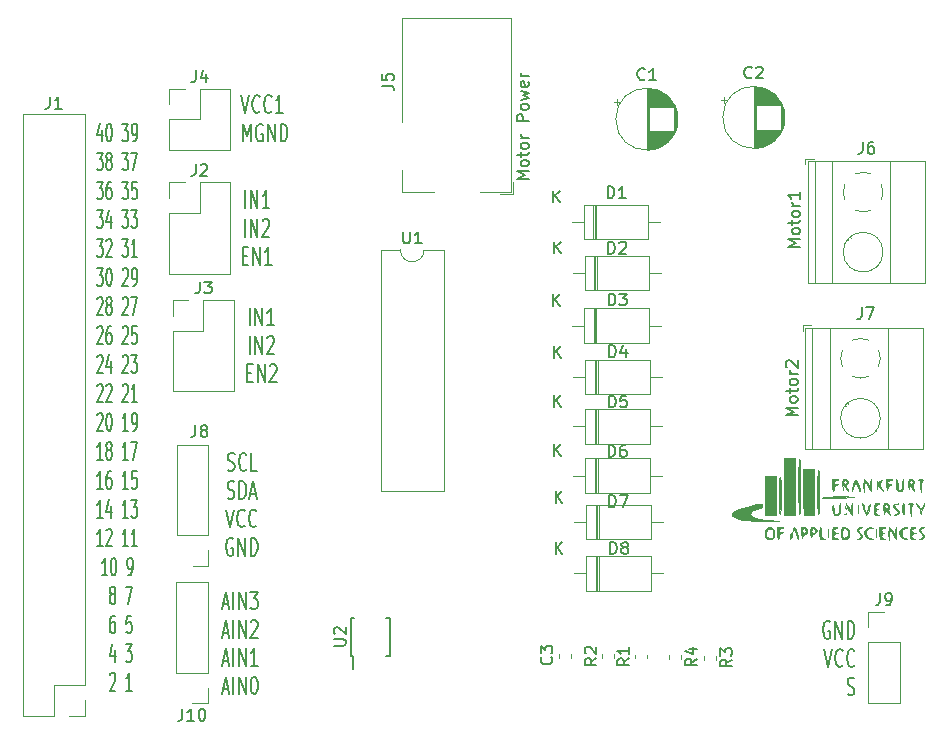
<source format=gbr>
%TF.GenerationSoftware,KiCad,Pcbnew,(5.1.6)-1*%
%TF.CreationDate,2021-05-14T12:26:57+02:00*%
%TF.ProjectId,nano1,6e616e6f-312e-46b6-9963-61645f706362,rev?*%
%TF.SameCoordinates,Original*%
%TF.FileFunction,Legend,Top*%
%TF.FilePolarity,Positive*%
%FSLAX46Y46*%
G04 Gerber Fmt 4.6, Leading zero omitted, Abs format (unit mm)*
G04 Created by KiCad (PCBNEW (5.1.6)-1) date 2021-05-14 12:26:57*
%MOMM*%
%LPD*%
G01*
G04 APERTURE LIST*
%ADD10C,0.150000*%
%ADD11C,0.200000*%
%ADD12C,0.010000*%
%ADD13C,0.120000*%
G04 APERTURE END LIST*
D10*
X116275818Y-43947491D02*
X116609151Y-45447491D01*
X116942484Y-43947491D01*
X117847246Y-45304634D02*
X117799627Y-45376062D01*
X117656770Y-45447491D01*
X117561532Y-45447491D01*
X117418675Y-45376062D01*
X117323437Y-45233205D01*
X117275818Y-45090348D01*
X117228199Y-44804634D01*
X117228199Y-44590348D01*
X117275818Y-44304634D01*
X117323437Y-44161777D01*
X117418675Y-44018920D01*
X117561532Y-43947491D01*
X117656770Y-43947491D01*
X117799627Y-44018920D01*
X117847246Y-44090348D01*
X118847246Y-45304634D02*
X118799627Y-45376062D01*
X118656770Y-45447491D01*
X118561532Y-45447491D01*
X118418675Y-45376062D01*
X118323437Y-45233205D01*
X118275818Y-45090348D01*
X118228199Y-44804634D01*
X118228199Y-44590348D01*
X118275818Y-44304634D01*
X118323437Y-44161777D01*
X118418675Y-44018920D01*
X118561532Y-43947491D01*
X118656770Y-43947491D01*
X118799627Y-44018920D01*
X118847246Y-44090348D01*
X119799627Y-45447491D02*
X119228199Y-45447491D01*
X119513913Y-45447491D02*
X119513913Y-43947491D01*
X119418675Y-44161777D01*
X119323437Y-44304634D01*
X119228199Y-44376062D01*
X116418675Y-47847491D02*
X116418675Y-46347491D01*
X116752008Y-47418920D01*
X117085341Y-46347491D01*
X117085341Y-47847491D01*
X118085341Y-46418920D02*
X117990103Y-46347491D01*
X117847246Y-46347491D01*
X117704389Y-46418920D01*
X117609151Y-46561777D01*
X117561532Y-46704634D01*
X117513913Y-46990348D01*
X117513913Y-47204634D01*
X117561532Y-47490348D01*
X117609151Y-47633205D01*
X117704389Y-47776062D01*
X117847246Y-47847491D01*
X117942484Y-47847491D01*
X118085341Y-47776062D01*
X118132960Y-47704634D01*
X118132960Y-47204634D01*
X117942484Y-47204634D01*
X118561532Y-47847491D02*
X118561532Y-46347491D01*
X119132960Y-47847491D01*
X119132960Y-46347491D01*
X119609151Y-47847491D02*
X119609151Y-46347491D01*
X119847246Y-46347491D01*
X119990103Y-46418920D01*
X120085341Y-46561777D01*
X120132960Y-46704634D01*
X120180580Y-46990348D01*
X120180580Y-47204634D01*
X120132960Y-47490348D01*
X120085341Y-47633205D01*
X119990103Y-47776062D01*
X119847246Y-47847491D01*
X119609151Y-47847491D01*
X166110225Y-88513520D02*
X166014987Y-88442091D01*
X165872130Y-88442091D01*
X165729273Y-88513520D01*
X165634035Y-88656377D01*
X165586416Y-88799234D01*
X165538797Y-89084948D01*
X165538797Y-89299234D01*
X165586416Y-89584948D01*
X165634035Y-89727805D01*
X165729273Y-89870662D01*
X165872130Y-89942091D01*
X165967368Y-89942091D01*
X166110225Y-89870662D01*
X166157844Y-89799234D01*
X166157844Y-89299234D01*
X165967368Y-89299234D01*
X166586416Y-89942091D02*
X166586416Y-88442091D01*
X167157844Y-89942091D01*
X167157844Y-88442091D01*
X167634035Y-89942091D02*
X167634035Y-88442091D01*
X167872130Y-88442091D01*
X168014987Y-88513520D01*
X168110225Y-88656377D01*
X168157844Y-88799234D01*
X168205463Y-89084948D01*
X168205463Y-89299234D01*
X168157844Y-89584948D01*
X168110225Y-89727805D01*
X168014987Y-89870662D01*
X167872130Y-89942091D01*
X167634035Y-89942091D01*
X165634035Y-90842091D02*
X165967368Y-92342091D01*
X166300701Y-90842091D01*
X167205463Y-92199234D02*
X167157844Y-92270662D01*
X167014987Y-92342091D01*
X166919749Y-92342091D01*
X166776892Y-92270662D01*
X166681654Y-92127805D01*
X166634035Y-91984948D01*
X166586416Y-91699234D01*
X166586416Y-91484948D01*
X166634035Y-91199234D01*
X166681654Y-91056377D01*
X166776892Y-90913520D01*
X166919749Y-90842091D01*
X167014987Y-90842091D01*
X167157844Y-90913520D01*
X167205463Y-90984948D01*
X168205463Y-92199234D02*
X168157844Y-92270662D01*
X168014987Y-92342091D01*
X167919749Y-92342091D01*
X167776892Y-92270662D01*
X167681654Y-92127805D01*
X167634035Y-91984948D01*
X167586416Y-91699234D01*
X167586416Y-91484948D01*
X167634035Y-91199234D01*
X167681654Y-91056377D01*
X167776892Y-90913520D01*
X167919749Y-90842091D01*
X168014987Y-90842091D01*
X168157844Y-90913520D01*
X168205463Y-90984948D01*
X167634035Y-94670662D02*
X167776892Y-94742091D01*
X168014987Y-94742091D01*
X168110225Y-94670662D01*
X168157844Y-94599234D01*
X168205463Y-94456377D01*
X168205463Y-94313520D01*
X168157844Y-94170662D01*
X168110225Y-94099234D01*
X168014987Y-94027805D01*
X167824511Y-93956377D01*
X167729273Y-93884948D01*
X167681654Y-93813520D01*
X167634035Y-93670662D01*
X167634035Y-93527805D01*
X167681654Y-93384948D01*
X167729273Y-93313520D01*
X167824511Y-93242091D01*
X168062606Y-93242091D01*
X168205463Y-93313520D01*
D11*
X104490681Y-46842851D02*
X104490681Y-47842851D01*
X104300205Y-46271422D02*
X104109729Y-47342851D01*
X104604967Y-47342851D01*
X105062110Y-46342851D02*
X105138300Y-46342851D01*
X105214491Y-46414280D01*
X105252586Y-46485708D01*
X105290681Y-46628565D01*
X105328777Y-46914280D01*
X105328777Y-47271422D01*
X105290681Y-47557137D01*
X105252586Y-47699994D01*
X105214491Y-47771422D01*
X105138300Y-47842851D01*
X105062110Y-47842851D01*
X104985920Y-47771422D01*
X104947824Y-47699994D01*
X104909729Y-47557137D01*
X104871634Y-47271422D01*
X104871634Y-46914280D01*
X104909729Y-46628565D01*
X104947824Y-46485708D01*
X104985920Y-46414280D01*
X105062110Y-46342851D01*
X106204967Y-46342851D02*
X106700205Y-46342851D01*
X106433539Y-46914280D01*
X106547824Y-46914280D01*
X106624015Y-46985708D01*
X106662110Y-47057137D01*
X106700205Y-47199994D01*
X106700205Y-47557137D01*
X106662110Y-47699994D01*
X106624015Y-47771422D01*
X106547824Y-47842851D01*
X106319253Y-47842851D01*
X106243062Y-47771422D01*
X106204967Y-47699994D01*
X107081158Y-47842851D02*
X107233539Y-47842851D01*
X107309729Y-47771422D01*
X107347824Y-47699994D01*
X107424015Y-47485708D01*
X107462110Y-47199994D01*
X107462110Y-46628565D01*
X107424015Y-46485708D01*
X107385920Y-46414280D01*
X107309729Y-46342851D01*
X107157348Y-46342851D01*
X107081158Y-46414280D01*
X107043062Y-46485708D01*
X107004967Y-46628565D01*
X107004967Y-46985708D01*
X107043062Y-47128565D01*
X107081158Y-47199994D01*
X107157348Y-47271422D01*
X107309729Y-47271422D01*
X107385920Y-47199994D01*
X107424015Y-47128565D01*
X107462110Y-46985708D01*
X104071634Y-48792851D02*
X104566872Y-48792851D01*
X104300205Y-49364280D01*
X104414491Y-49364280D01*
X104490681Y-49435708D01*
X104528777Y-49507137D01*
X104566872Y-49649994D01*
X104566872Y-50007137D01*
X104528777Y-50149994D01*
X104490681Y-50221422D01*
X104414491Y-50292851D01*
X104185920Y-50292851D01*
X104109729Y-50221422D01*
X104071634Y-50149994D01*
X105024015Y-49435708D02*
X104947824Y-49364280D01*
X104909729Y-49292851D01*
X104871634Y-49149994D01*
X104871634Y-49078565D01*
X104909729Y-48935708D01*
X104947824Y-48864280D01*
X105024015Y-48792851D01*
X105176396Y-48792851D01*
X105252586Y-48864280D01*
X105290681Y-48935708D01*
X105328777Y-49078565D01*
X105328777Y-49149994D01*
X105290681Y-49292851D01*
X105252586Y-49364280D01*
X105176396Y-49435708D01*
X105024015Y-49435708D01*
X104947824Y-49507137D01*
X104909729Y-49578565D01*
X104871634Y-49721422D01*
X104871634Y-50007137D01*
X104909729Y-50149994D01*
X104947824Y-50221422D01*
X105024015Y-50292851D01*
X105176396Y-50292851D01*
X105252586Y-50221422D01*
X105290681Y-50149994D01*
X105328777Y-50007137D01*
X105328777Y-49721422D01*
X105290681Y-49578565D01*
X105252586Y-49507137D01*
X105176396Y-49435708D01*
X106204967Y-48792851D02*
X106700205Y-48792851D01*
X106433539Y-49364280D01*
X106547824Y-49364280D01*
X106624015Y-49435708D01*
X106662110Y-49507137D01*
X106700205Y-49649994D01*
X106700205Y-50007137D01*
X106662110Y-50149994D01*
X106624015Y-50221422D01*
X106547824Y-50292851D01*
X106319253Y-50292851D01*
X106243062Y-50221422D01*
X106204967Y-50149994D01*
X106966872Y-48792851D02*
X107500205Y-48792851D01*
X107157348Y-50292851D01*
X104071634Y-51242851D02*
X104566872Y-51242851D01*
X104300205Y-51814280D01*
X104414491Y-51814280D01*
X104490681Y-51885708D01*
X104528777Y-51957137D01*
X104566872Y-52099994D01*
X104566872Y-52457137D01*
X104528777Y-52599994D01*
X104490681Y-52671422D01*
X104414491Y-52742851D01*
X104185920Y-52742851D01*
X104109729Y-52671422D01*
X104071634Y-52599994D01*
X105252586Y-51242851D02*
X105100205Y-51242851D01*
X105024015Y-51314280D01*
X104985920Y-51385708D01*
X104909729Y-51599994D01*
X104871634Y-51885708D01*
X104871634Y-52457137D01*
X104909729Y-52599994D01*
X104947824Y-52671422D01*
X105024015Y-52742851D01*
X105176396Y-52742851D01*
X105252586Y-52671422D01*
X105290681Y-52599994D01*
X105328777Y-52457137D01*
X105328777Y-52099994D01*
X105290681Y-51957137D01*
X105252586Y-51885708D01*
X105176396Y-51814280D01*
X105024015Y-51814280D01*
X104947824Y-51885708D01*
X104909729Y-51957137D01*
X104871634Y-52099994D01*
X106204967Y-51242851D02*
X106700205Y-51242851D01*
X106433539Y-51814280D01*
X106547824Y-51814280D01*
X106624015Y-51885708D01*
X106662110Y-51957137D01*
X106700205Y-52099994D01*
X106700205Y-52457137D01*
X106662110Y-52599994D01*
X106624015Y-52671422D01*
X106547824Y-52742851D01*
X106319253Y-52742851D01*
X106243062Y-52671422D01*
X106204967Y-52599994D01*
X107424015Y-51242851D02*
X107043062Y-51242851D01*
X107004967Y-51957137D01*
X107043062Y-51885708D01*
X107119253Y-51814280D01*
X107309729Y-51814280D01*
X107385920Y-51885708D01*
X107424015Y-51957137D01*
X107462110Y-52099994D01*
X107462110Y-52457137D01*
X107424015Y-52599994D01*
X107385920Y-52671422D01*
X107309729Y-52742851D01*
X107119253Y-52742851D01*
X107043062Y-52671422D01*
X107004967Y-52599994D01*
X104071634Y-53692851D02*
X104566872Y-53692851D01*
X104300205Y-54264280D01*
X104414491Y-54264280D01*
X104490681Y-54335708D01*
X104528777Y-54407137D01*
X104566872Y-54549994D01*
X104566872Y-54907137D01*
X104528777Y-55049994D01*
X104490681Y-55121422D01*
X104414491Y-55192851D01*
X104185920Y-55192851D01*
X104109729Y-55121422D01*
X104071634Y-55049994D01*
X105252586Y-54192851D02*
X105252586Y-55192851D01*
X105062110Y-53621422D02*
X104871634Y-54692851D01*
X105366872Y-54692851D01*
X106204967Y-53692851D02*
X106700205Y-53692851D01*
X106433539Y-54264280D01*
X106547824Y-54264280D01*
X106624015Y-54335708D01*
X106662110Y-54407137D01*
X106700205Y-54549994D01*
X106700205Y-54907137D01*
X106662110Y-55049994D01*
X106624015Y-55121422D01*
X106547824Y-55192851D01*
X106319253Y-55192851D01*
X106243062Y-55121422D01*
X106204967Y-55049994D01*
X106966872Y-53692851D02*
X107462110Y-53692851D01*
X107195443Y-54264280D01*
X107309729Y-54264280D01*
X107385920Y-54335708D01*
X107424015Y-54407137D01*
X107462110Y-54549994D01*
X107462110Y-54907137D01*
X107424015Y-55049994D01*
X107385920Y-55121422D01*
X107309729Y-55192851D01*
X107081158Y-55192851D01*
X107004967Y-55121422D01*
X106966872Y-55049994D01*
X104071634Y-56142851D02*
X104566872Y-56142851D01*
X104300205Y-56714280D01*
X104414491Y-56714280D01*
X104490681Y-56785708D01*
X104528777Y-56857137D01*
X104566872Y-56999994D01*
X104566872Y-57357137D01*
X104528777Y-57499994D01*
X104490681Y-57571422D01*
X104414491Y-57642851D01*
X104185920Y-57642851D01*
X104109729Y-57571422D01*
X104071634Y-57499994D01*
X104871634Y-56285708D02*
X104909729Y-56214280D01*
X104985920Y-56142851D01*
X105176396Y-56142851D01*
X105252586Y-56214280D01*
X105290681Y-56285708D01*
X105328777Y-56428565D01*
X105328777Y-56571422D01*
X105290681Y-56785708D01*
X104833539Y-57642851D01*
X105328777Y-57642851D01*
X106204967Y-56142851D02*
X106700205Y-56142851D01*
X106433539Y-56714280D01*
X106547824Y-56714280D01*
X106624015Y-56785708D01*
X106662110Y-56857137D01*
X106700205Y-56999994D01*
X106700205Y-57357137D01*
X106662110Y-57499994D01*
X106624015Y-57571422D01*
X106547824Y-57642851D01*
X106319253Y-57642851D01*
X106243062Y-57571422D01*
X106204967Y-57499994D01*
X107462110Y-57642851D02*
X107004967Y-57642851D01*
X107233539Y-57642851D02*
X107233539Y-56142851D01*
X107157348Y-56357137D01*
X107081158Y-56499994D01*
X107004967Y-56571422D01*
X104071634Y-58592851D02*
X104566872Y-58592851D01*
X104300205Y-59164280D01*
X104414491Y-59164280D01*
X104490681Y-59235708D01*
X104528777Y-59307137D01*
X104566872Y-59449994D01*
X104566872Y-59807137D01*
X104528777Y-59949994D01*
X104490681Y-60021422D01*
X104414491Y-60092851D01*
X104185920Y-60092851D01*
X104109729Y-60021422D01*
X104071634Y-59949994D01*
X105062110Y-58592851D02*
X105138300Y-58592851D01*
X105214491Y-58664280D01*
X105252586Y-58735708D01*
X105290681Y-58878565D01*
X105328777Y-59164280D01*
X105328777Y-59521422D01*
X105290681Y-59807137D01*
X105252586Y-59949994D01*
X105214491Y-60021422D01*
X105138300Y-60092851D01*
X105062110Y-60092851D01*
X104985920Y-60021422D01*
X104947824Y-59949994D01*
X104909729Y-59807137D01*
X104871634Y-59521422D01*
X104871634Y-59164280D01*
X104909729Y-58878565D01*
X104947824Y-58735708D01*
X104985920Y-58664280D01*
X105062110Y-58592851D01*
X106243062Y-58735708D02*
X106281158Y-58664280D01*
X106357348Y-58592851D01*
X106547824Y-58592851D01*
X106624015Y-58664280D01*
X106662110Y-58735708D01*
X106700205Y-58878565D01*
X106700205Y-59021422D01*
X106662110Y-59235708D01*
X106204967Y-60092851D01*
X106700205Y-60092851D01*
X107081158Y-60092851D02*
X107233539Y-60092851D01*
X107309729Y-60021422D01*
X107347824Y-59949994D01*
X107424015Y-59735708D01*
X107462110Y-59449994D01*
X107462110Y-58878565D01*
X107424015Y-58735708D01*
X107385920Y-58664280D01*
X107309729Y-58592851D01*
X107157348Y-58592851D01*
X107081158Y-58664280D01*
X107043062Y-58735708D01*
X107004967Y-58878565D01*
X107004967Y-59235708D01*
X107043062Y-59378565D01*
X107081158Y-59449994D01*
X107157348Y-59521422D01*
X107309729Y-59521422D01*
X107385920Y-59449994D01*
X107424015Y-59378565D01*
X107462110Y-59235708D01*
X104109729Y-61185708D02*
X104147824Y-61114280D01*
X104224015Y-61042851D01*
X104414491Y-61042851D01*
X104490681Y-61114280D01*
X104528777Y-61185708D01*
X104566872Y-61328565D01*
X104566872Y-61471422D01*
X104528777Y-61685708D01*
X104071634Y-62542851D01*
X104566872Y-62542851D01*
X105024015Y-61685708D02*
X104947824Y-61614280D01*
X104909729Y-61542851D01*
X104871634Y-61399994D01*
X104871634Y-61328565D01*
X104909729Y-61185708D01*
X104947824Y-61114280D01*
X105024015Y-61042851D01*
X105176396Y-61042851D01*
X105252586Y-61114280D01*
X105290681Y-61185708D01*
X105328777Y-61328565D01*
X105328777Y-61399994D01*
X105290681Y-61542851D01*
X105252586Y-61614280D01*
X105176396Y-61685708D01*
X105024015Y-61685708D01*
X104947824Y-61757137D01*
X104909729Y-61828565D01*
X104871634Y-61971422D01*
X104871634Y-62257137D01*
X104909729Y-62399994D01*
X104947824Y-62471422D01*
X105024015Y-62542851D01*
X105176396Y-62542851D01*
X105252586Y-62471422D01*
X105290681Y-62399994D01*
X105328777Y-62257137D01*
X105328777Y-61971422D01*
X105290681Y-61828565D01*
X105252586Y-61757137D01*
X105176396Y-61685708D01*
X106243062Y-61185708D02*
X106281158Y-61114280D01*
X106357348Y-61042851D01*
X106547824Y-61042851D01*
X106624015Y-61114280D01*
X106662110Y-61185708D01*
X106700205Y-61328565D01*
X106700205Y-61471422D01*
X106662110Y-61685708D01*
X106204967Y-62542851D01*
X106700205Y-62542851D01*
X106966872Y-61042851D02*
X107500205Y-61042851D01*
X107157348Y-62542851D01*
X104109729Y-63635708D02*
X104147824Y-63564280D01*
X104224015Y-63492851D01*
X104414491Y-63492851D01*
X104490681Y-63564280D01*
X104528777Y-63635708D01*
X104566872Y-63778565D01*
X104566872Y-63921422D01*
X104528777Y-64135708D01*
X104071634Y-64992851D01*
X104566872Y-64992851D01*
X105252586Y-63492851D02*
X105100205Y-63492851D01*
X105024015Y-63564280D01*
X104985920Y-63635708D01*
X104909729Y-63849994D01*
X104871634Y-64135708D01*
X104871634Y-64707137D01*
X104909729Y-64849994D01*
X104947824Y-64921422D01*
X105024015Y-64992851D01*
X105176396Y-64992851D01*
X105252586Y-64921422D01*
X105290681Y-64849994D01*
X105328777Y-64707137D01*
X105328777Y-64349994D01*
X105290681Y-64207137D01*
X105252586Y-64135708D01*
X105176396Y-64064280D01*
X105024015Y-64064280D01*
X104947824Y-64135708D01*
X104909729Y-64207137D01*
X104871634Y-64349994D01*
X106243062Y-63635708D02*
X106281158Y-63564280D01*
X106357348Y-63492851D01*
X106547824Y-63492851D01*
X106624015Y-63564280D01*
X106662110Y-63635708D01*
X106700205Y-63778565D01*
X106700205Y-63921422D01*
X106662110Y-64135708D01*
X106204967Y-64992851D01*
X106700205Y-64992851D01*
X107424015Y-63492851D02*
X107043062Y-63492851D01*
X107004967Y-64207137D01*
X107043062Y-64135708D01*
X107119253Y-64064280D01*
X107309729Y-64064280D01*
X107385920Y-64135708D01*
X107424015Y-64207137D01*
X107462110Y-64349994D01*
X107462110Y-64707137D01*
X107424015Y-64849994D01*
X107385920Y-64921422D01*
X107309729Y-64992851D01*
X107119253Y-64992851D01*
X107043062Y-64921422D01*
X107004967Y-64849994D01*
X104109729Y-66085708D02*
X104147824Y-66014280D01*
X104224015Y-65942851D01*
X104414491Y-65942851D01*
X104490681Y-66014280D01*
X104528777Y-66085708D01*
X104566872Y-66228565D01*
X104566872Y-66371422D01*
X104528777Y-66585708D01*
X104071634Y-67442851D01*
X104566872Y-67442851D01*
X105252586Y-66442851D02*
X105252586Y-67442851D01*
X105062110Y-65871422D02*
X104871634Y-66942851D01*
X105366872Y-66942851D01*
X106243062Y-66085708D02*
X106281158Y-66014280D01*
X106357348Y-65942851D01*
X106547824Y-65942851D01*
X106624015Y-66014280D01*
X106662110Y-66085708D01*
X106700205Y-66228565D01*
X106700205Y-66371422D01*
X106662110Y-66585708D01*
X106204967Y-67442851D01*
X106700205Y-67442851D01*
X106966872Y-65942851D02*
X107462110Y-65942851D01*
X107195443Y-66514280D01*
X107309729Y-66514280D01*
X107385920Y-66585708D01*
X107424015Y-66657137D01*
X107462110Y-66799994D01*
X107462110Y-67157137D01*
X107424015Y-67299994D01*
X107385920Y-67371422D01*
X107309729Y-67442851D01*
X107081158Y-67442851D01*
X107004967Y-67371422D01*
X106966872Y-67299994D01*
X104109729Y-68535708D02*
X104147824Y-68464280D01*
X104224015Y-68392851D01*
X104414491Y-68392851D01*
X104490681Y-68464280D01*
X104528777Y-68535708D01*
X104566872Y-68678565D01*
X104566872Y-68821422D01*
X104528777Y-69035708D01*
X104071634Y-69892851D01*
X104566872Y-69892851D01*
X104871634Y-68535708D02*
X104909729Y-68464280D01*
X104985920Y-68392851D01*
X105176396Y-68392851D01*
X105252586Y-68464280D01*
X105290681Y-68535708D01*
X105328777Y-68678565D01*
X105328777Y-68821422D01*
X105290681Y-69035708D01*
X104833539Y-69892851D01*
X105328777Y-69892851D01*
X106243062Y-68535708D02*
X106281158Y-68464280D01*
X106357348Y-68392851D01*
X106547824Y-68392851D01*
X106624015Y-68464280D01*
X106662110Y-68535708D01*
X106700205Y-68678565D01*
X106700205Y-68821422D01*
X106662110Y-69035708D01*
X106204967Y-69892851D01*
X106700205Y-69892851D01*
X107462110Y-69892851D02*
X107004967Y-69892851D01*
X107233539Y-69892851D02*
X107233539Y-68392851D01*
X107157348Y-68607137D01*
X107081158Y-68749994D01*
X107004967Y-68821422D01*
X104109729Y-70985708D02*
X104147824Y-70914280D01*
X104224015Y-70842851D01*
X104414491Y-70842851D01*
X104490681Y-70914280D01*
X104528777Y-70985708D01*
X104566872Y-71128565D01*
X104566872Y-71271422D01*
X104528777Y-71485708D01*
X104071634Y-72342851D01*
X104566872Y-72342851D01*
X105062110Y-70842851D02*
X105138300Y-70842851D01*
X105214491Y-70914280D01*
X105252586Y-70985708D01*
X105290681Y-71128565D01*
X105328777Y-71414280D01*
X105328777Y-71771422D01*
X105290681Y-72057137D01*
X105252586Y-72199994D01*
X105214491Y-72271422D01*
X105138300Y-72342851D01*
X105062110Y-72342851D01*
X104985920Y-72271422D01*
X104947824Y-72199994D01*
X104909729Y-72057137D01*
X104871634Y-71771422D01*
X104871634Y-71414280D01*
X104909729Y-71128565D01*
X104947824Y-70985708D01*
X104985920Y-70914280D01*
X105062110Y-70842851D01*
X106700205Y-72342851D02*
X106243062Y-72342851D01*
X106471634Y-72342851D02*
X106471634Y-70842851D01*
X106395443Y-71057137D01*
X106319253Y-71199994D01*
X106243062Y-71271422D01*
X107081158Y-72342851D02*
X107233539Y-72342851D01*
X107309729Y-72271422D01*
X107347824Y-72199994D01*
X107424015Y-71985708D01*
X107462110Y-71699994D01*
X107462110Y-71128565D01*
X107424015Y-70985708D01*
X107385920Y-70914280D01*
X107309729Y-70842851D01*
X107157348Y-70842851D01*
X107081158Y-70914280D01*
X107043062Y-70985708D01*
X107004967Y-71128565D01*
X107004967Y-71485708D01*
X107043062Y-71628565D01*
X107081158Y-71699994D01*
X107157348Y-71771422D01*
X107309729Y-71771422D01*
X107385920Y-71699994D01*
X107424015Y-71628565D01*
X107462110Y-71485708D01*
X104566872Y-74792851D02*
X104109729Y-74792851D01*
X104338300Y-74792851D02*
X104338300Y-73292851D01*
X104262110Y-73507137D01*
X104185920Y-73649994D01*
X104109729Y-73721422D01*
X105024015Y-73935708D02*
X104947824Y-73864280D01*
X104909729Y-73792851D01*
X104871634Y-73649994D01*
X104871634Y-73578565D01*
X104909729Y-73435708D01*
X104947824Y-73364280D01*
X105024015Y-73292851D01*
X105176396Y-73292851D01*
X105252586Y-73364280D01*
X105290681Y-73435708D01*
X105328777Y-73578565D01*
X105328777Y-73649994D01*
X105290681Y-73792851D01*
X105252586Y-73864280D01*
X105176396Y-73935708D01*
X105024015Y-73935708D01*
X104947824Y-74007137D01*
X104909729Y-74078565D01*
X104871634Y-74221422D01*
X104871634Y-74507137D01*
X104909729Y-74649994D01*
X104947824Y-74721422D01*
X105024015Y-74792851D01*
X105176396Y-74792851D01*
X105252586Y-74721422D01*
X105290681Y-74649994D01*
X105328777Y-74507137D01*
X105328777Y-74221422D01*
X105290681Y-74078565D01*
X105252586Y-74007137D01*
X105176396Y-73935708D01*
X106700205Y-74792851D02*
X106243062Y-74792851D01*
X106471634Y-74792851D02*
X106471634Y-73292851D01*
X106395443Y-73507137D01*
X106319253Y-73649994D01*
X106243062Y-73721422D01*
X106966872Y-73292851D02*
X107500205Y-73292851D01*
X107157348Y-74792851D01*
X104566872Y-77242851D02*
X104109729Y-77242851D01*
X104338300Y-77242851D02*
X104338300Y-75742851D01*
X104262110Y-75957137D01*
X104185920Y-76099994D01*
X104109729Y-76171422D01*
X105252586Y-75742851D02*
X105100205Y-75742851D01*
X105024015Y-75814280D01*
X104985920Y-75885708D01*
X104909729Y-76099994D01*
X104871634Y-76385708D01*
X104871634Y-76957137D01*
X104909729Y-77099994D01*
X104947824Y-77171422D01*
X105024015Y-77242851D01*
X105176396Y-77242851D01*
X105252586Y-77171422D01*
X105290681Y-77099994D01*
X105328777Y-76957137D01*
X105328777Y-76599994D01*
X105290681Y-76457137D01*
X105252586Y-76385708D01*
X105176396Y-76314280D01*
X105024015Y-76314280D01*
X104947824Y-76385708D01*
X104909729Y-76457137D01*
X104871634Y-76599994D01*
X106700205Y-77242851D02*
X106243062Y-77242851D01*
X106471634Y-77242851D02*
X106471634Y-75742851D01*
X106395443Y-75957137D01*
X106319253Y-76099994D01*
X106243062Y-76171422D01*
X107424015Y-75742851D02*
X107043062Y-75742851D01*
X107004967Y-76457137D01*
X107043062Y-76385708D01*
X107119253Y-76314280D01*
X107309729Y-76314280D01*
X107385920Y-76385708D01*
X107424015Y-76457137D01*
X107462110Y-76599994D01*
X107462110Y-76957137D01*
X107424015Y-77099994D01*
X107385920Y-77171422D01*
X107309729Y-77242851D01*
X107119253Y-77242851D01*
X107043062Y-77171422D01*
X107004967Y-77099994D01*
X104566872Y-79692851D02*
X104109729Y-79692851D01*
X104338300Y-79692851D02*
X104338300Y-78192851D01*
X104262110Y-78407137D01*
X104185920Y-78549994D01*
X104109729Y-78621422D01*
X105252586Y-78692851D02*
X105252586Y-79692851D01*
X105062110Y-78121422D02*
X104871634Y-79192851D01*
X105366872Y-79192851D01*
X106700205Y-79692851D02*
X106243062Y-79692851D01*
X106471634Y-79692851D02*
X106471634Y-78192851D01*
X106395443Y-78407137D01*
X106319253Y-78549994D01*
X106243062Y-78621422D01*
X106966872Y-78192851D02*
X107462110Y-78192851D01*
X107195443Y-78764280D01*
X107309729Y-78764280D01*
X107385920Y-78835708D01*
X107424015Y-78907137D01*
X107462110Y-79049994D01*
X107462110Y-79407137D01*
X107424015Y-79549994D01*
X107385920Y-79621422D01*
X107309729Y-79692851D01*
X107081158Y-79692851D01*
X107004967Y-79621422D01*
X106966872Y-79549994D01*
X104566872Y-82142851D02*
X104109729Y-82142851D01*
X104338300Y-82142851D02*
X104338300Y-80642851D01*
X104262110Y-80857137D01*
X104185920Y-80999994D01*
X104109729Y-81071422D01*
X104871634Y-80785708D02*
X104909729Y-80714280D01*
X104985920Y-80642851D01*
X105176396Y-80642851D01*
X105252586Y-80714280D01*
X105290681Y-80785708D01*
X105328777Y-80928565D01*
X105328777Y-81071422D01*
X105290681Y-81285708D01*
X104833539Y-82142851D01*
X105328777Y-82142851D01*
X106700205Y-82142851D02*
X106243062Y-82142851D01*
X106471634Y-82142851D02*
X106471634Y-80642851D01*
X106395443Y-80857137D01*
X106319253Y-80999994D01*
X106243062Y-81071422D01*
X107462110Y-82142851D02*
X107004967Y-82142851D01*
X107233539Y-82142851D02*
X107233539Y-80642851D01*
X107157348Y-80857137D01*
X107081158Y-80999994D01*
X107004967Y-81071422D01*
X104947824Y-84592851D02*
X104490681Y-84592851D01*
X104719253Y-84592851D02*
X104719253Y-83092851D01*
X104643062Y-83307137D01*
X104566872Y-83449994D01*
X104490681Y-83521422D01*
X105443062Y-83092851D02*
X105519253Y-83092851D01*
X105595443Y-83164280D01*
X105633539Y-83235708D01*
X105671634Y-83378565D01*
X105709729Y-83664280D01*
X105709729Y-84021422D01*
X105671634Y-84307137D01*
X105633539Y-84449994D01*
X105595443Y-84521422D01*
X105519253Y-84592851D01*
X105443062Y-84592851D01*
X105366872Y-84521422D01*
X105328777Y-84449994D01*
X105290681Y-84307137D01*
X105252586Y-84021422D01*
X105252586Y-83664280D01*
X105290681Y-83378565D01*
X105328777Y-83235708D01*
X105366872Y-83164280D01*
X105443062Y-83092851D01*
X106700205Y-84592851D02*
X106852586Y-84592851D01*
X106928777Y-84521422D01*
X106966872Y-84449994D01*
X107043062Y-84235708D01*
X107081158Y-83949994D01*
X107081158Y-83378565D01*
X107043062Y-83235708D01*
X107004967Y-83164280D01*
X106928777Y-83092851D01*
X106776396Y-83092851D01*
X106700205Y-83164280D01*
X106662110Y-83235708D01*
X106624015Y-83378565D01*
X106624015Y-83735708D01*
X106662110Y-83878565D01*
X106700205Y-83949994D01*
X106776396Y-84021422D01*
X106928777Y-84021422D01*
X107004967Y-83949994D01*
X107043062Y-83878565D01*
X107081158Y-83735708D01*
X105328777Y-86185708D02*
X105252586Y-86114280D01*
X105214491Y-86042851D01*
X105176396Y-85899994D01*
X105176396Y-85828565D01*
X105214491Y-85685708D01*
X105252586Y-85614280D01*
X105328777Y-85542851D01*
X105481158Y-85542851D01*
X105557348Y-85614280D01*
X105595443Y-85685708D01*
X105633539Y-85828565D01*
X105633539Y-85899994D01*
X105595443Y-86042851D01*
X105557348Y-86114280D01*
X105481158Y-86185708D01*
X105328777Y-86185708D01*
X105252586Y-86257137D01*
X105214491Y-86328565D01*
X105176396Y-86471422D01*
X105176396Y-86757137D01*
X105214491Y-86899994D01*
X105252586Y-86971422D01*
X105328777Y-87042851D01*
X105481158Y-87042851D01*
X105557348Y-86971422D01*
X105595443Y-86899994D01*
X105633539Y-86757137D01*
X105633539Y-86471422D01*
X105595443Y-86328565D01*
X105557348Y-86257137D01*
X105481158Y-86185708D01*
X106509729Y-85542851D02*
X107043062Y-85542851D01*
X106700205Y-87042851D01*
X105557348Y-87992851D02*
X105404967Y-87992851D01*
X105328777Y-88064280D01*
X105290681Y-88135708D01*
X105214491Y-88349994D01*
X105176396Y-88635708D01*
X105176396Y-89207137D01*
X105214491Y-89349994D01*
X105252586Y-89421422D01*
X105328777Y-89492851D01*
X105481158Y-89492851D01*
X105557348Y-89421422D01*
X105595443Y-89349994D01*
X105633539Y-89207137D01*
X105633539Y-88849994D01*
X105595443Y-88707137D01*
X105557348Y-88635708D01*
X105481158Y-88564280D01*
X105328777Y-88564280D01*
X105252586Y-88635708D01*
X105214491Y-88707137D01*
X105176396Y-88849994D01*
X106966872Y-87992851D02*
X106585920Y-87992851D01*
X106547824Y-88707137D01*
X106585920Y-88635708D01*
X106662110Y-88564280D01*
X106852586Y-88564280D01*
X106928777Y-88635708D01*
X106966872Y-88707137D01*
X107004967Y-88849994D01*
X107004967Y-89207137D01*
X106966872Y-89349994D01*
X106928777Y-89421422D01*
X106852586Y-89492851D01*
X106662110Y-89492851D01*
X106585920Y-89421422D01*
X106547824Y-89349994D01*
X105557348Y-90942851D02*
X105557348Y-91942851D01*
X105366872Y-90371422D02*
X105176396Y-91442851D01*
X105671634Y-91442851D01*
X106509729Y-90442851D02*
X107004967Y-90442851D01*
X106738300Y-91014280D01*
X106852586Y-91014280D01*
X106928777Y-91085708D01*
X106966872Y-91157137D01*
X107004967Y-91299994D01*
X107004967Y-91657137D01*
X106966872Y-91799994D01*
X106928777Y-91871422D01*
X106852586Y-91942851D01*
X106624015Y-91942851D01*
X106547824Y-91871422D01*
X106509729Y-91799994D01*
X105176396Y-93035708D02*
X105214491Y-92964280D01*
X105290681Y-92892851D01*
X105481158Y-92892851D01*
X105557348Y-92964280D01*
X105595443Y-93035708D01*
X105633539Y-93178565D01*
X105633539Y-93321422D01*
X105595443Y-93535708D01*
X105138300Y-94392851D01*
X105633539Y-94392851D01*
X107004967Y-94392851D02*
X106547824Y-94392851D01*
X106776396Y-94392851D02*
X106776396Y-92892851D01*
X106700205Y-93107137D01*
X106624015Y-93249994D01*
X106547824Y-93321422D01*
D10*
X114713569Y-87033360D02*
X115189760Y-87033360D01*
X114618331Y-87461931D02*
X114951664Y-85961931D01*
X115284998Y-87461931D01*
X115618331Y-87461931D02*
X115618331Y-85961931D01*
X116094521Y-87461931D02*
X116094521Y-85961931D01*
X116665950Y-87461931D01*
X116665950Y-85961931D01*
X117046902Y-85961931D02*
X117665950Y-85961931D01*
X117332617Y-86533360D01*
X117475474Y-86533360D01*
X117570712Y-86604788D01*
X117618331Y-86676217D01*
X117665950Y-86819074D01*
X117665950Y-87176217D01*
X117618331Y-87319074D01*
X117570712Y-87390502D01*
X117475474Y-87461931D01*
X117189760Y-87461931D01*
X117094521Y-87390502D01*
X117046902Y-87319074D01*
X114713569Y-89433360D02*
X115189760Y-89433360D01*
X114618331Y-89861931D02*
X114951664Y-88361931D01*
X115284998Y-89861931D01*
X115618331Y-89861931D02*
X115618331Y-88361931D01*
X116094521Y-89861931D02*
X116094521Y-88361931D01*
X116665950Y-89861931D01*
X116665950Y-88361931D01*
X117094521Y-88504788D02*
X117142140Y-88433360D01*
X117237379Y-88361931D01*
X117475474Y-88361931D01*
X117570712Y-88433360D01*
X117618331Y-88504788D01*
X117665950Y-88647645D01*
X117665950Y-88790502D01*
X117618331Y-89004788D01*
X117046902Y-89861931D01*
X117665950Y-89861931D01*
X114713569Y-91833360D02*
X115189760Y-91833360D01*
X114618331Y-92261931D02*
X114951664Y-90761931D01*
X115284998Y-92261931D01*
X115618331Y-92261931D02*
X115618331Y-90761931D01*
X116094521Y-92261931D02*
X116094521Y-90761931D01*
X116665950Y-92261931D01*
X116665950Y-90761931D01*
X117665950Y-92261931D02*
X117094521Y-92261931D01*
X117380236Y-92261931D02*
X117380236Y-90761931D01*
X117284998Y-90976217D01*
X117189760Y-91119074D01*
X117094521Y-91190502D01*
X114713569Y-94233360D02*
X115189760Y-94233360D01*
X114618331Y-94661931D02*
X114951664Y-93161931D01*
X115284998Y-94661931D01*
X115618331Y-94661931D02*
X115618331Y-93161931D01*
X116094521Y-94661931D02*
X116094521Y-93161931D01*
X116665950Y-94661931D01*
X116665950Y-93161931D01*
X117332617Y-93161931D02*
X117427855Y-93161931D01*
X117523093Y-93233360D01*
X117570712Y-93304788D01*
X117618331Y-93447645D01*
X117665950Y-93733360D01*
X117665950Y-94090502D01*
X117618331Y-94376217D01*
X117570712Y-94519074D01*
X117523093Y-94590502D01*
X117427855Y-94661931D01*
X117332617Y-94661931D01*
X117237379Y-94590502D01*
X117189760Y-94519074D01*
X117142140Y-94376217D01*
X117094521Y-94090502D01*
X117094521Y-93733360D01*
X117142140Y-93447645D01*
X117189760Y-93304788D01*
X117237379Y-93233360D01*
X117332617Y-93161931D01*
X115146603Y-75645542D02*
X115289460Y-75716971D01*
X115527556Y-75716971D01*
X115622794Y-75645542D01*
X115670413Y-75574114D01*
X115718032Y-75431257D01*
X115718032Y-75288400D01*
X115670413Y-75145542D01*
X115622794Y-75074114D01*
X115527556Y-75002685D01*
X115337080Y-74931257D01*
X115241841Y-74859828D01*
X115194222Y-74788400D01*
X115146603Y-74645542D01*
X115146603Y-74502685D01*
X115194222Y-74359828D01*
X115241841Y-74288400D01*
X115337080Y-74216971D01*
X115575175Y-74216971D01*
X115718032Y-74288400D01*
X116718032Y-75574114D02*
X116670413Y-75645542D01*
X116527556Y-75716971D01*
X116432318Y-75716971D01*
X116289460Y-75645542D01*
X116194222Y-75502685D01*
X116146603Y-75359828D01*
X116098984Y-75074114D01*
X116098984Y-74859828D01*
X116146603Y-74574114D01*
X116194222Y-74431257D01*
X116289460Y-74288400D01*
X116432318Y-74216971D01*
X116527556Y-74216971D01*
X116670413Y-74288400D01*
X116718032Y-74359828D01*
X117622794Y-75716971D02*
X117146603Y-75716971D01*
X117146603Y-74216971D01*
X115122794Y-78045542D02*
X115265651Y-78116971D01*
X115503746Y-78116971D01*
X115598984Y-78045542D01*
X115646603Y-77974114D01*
X115694222Y-77831257D01*
X115694222Y-77688400D01*
X115646603Y-77545542D01*
X115598984Y-77474114D01*
X115503746Y-77402685D01*
X115313270Y-77331257D01*
X115218032Y-77259828D01*
X115170413Y-77188400D01*
X115122794Y-77045542D01*
X115122794Y-76902685D01*
X115170413Y-76759828D01*
X115218032Y-76688400D01*
X115313270Y-76616971D01*
X115551365Y-76616971D01*
X115694222Y-76688400D01*
X116122794Y-78116971D02*
X116122794Y-76616971D01*
X116360889Y-76616971D01*
X116503746Y-76688400D01*
X116598984Y-76831257D01*
X116646603Y-76974114D01*
X116694222Y-77259828D01*
X116694222Y-77474114D01*
X116646603Y-77759828D01*
X116598984Y-77902685D01*
X116503746Y-78045542D01*
X116360889Y-78116971D01*
X116122794Y-78116971D01*
X117075175Y-77688400D02*
X117551365Y-77688400D01*
X116979937Y-78116971D02*
X117313270Y-76616971D01*
X117646603Y-78116971D01*
X115003746Y-79016971D02*
X115337080Y-80516971D01*
X115670413Y-79016971D01*
X116575175Y-80374114D02*
X116527556Y-80445542D01*
X116384699Y-80516971D01*
X116289460Y-80516971D01*
X116146603Y-80445542D01*
X116051365Y-80302685D01*
X116003746Y-80159828D01*
X115956127Y-79874114D01*
X115956127Y-79659828D01*
X116003746Y-79374114D01*
X116051365Y-79231257D01*
X116146603Y-79088400D01*
X116289460Y-79016971D01*
X116384699Y-79016971D01*
X116527556Y-79088400D01*
X116575175Y-79159828D01*
X117575175Y-80374114D02*
X117527556Y-80445542D01*
X117384699Y-80516971D01*
X117289460Y-80516971D01*
X117146603Y-80445542D01*
X117051365Y-80302685D01*
X117003746Y-80159828D01*
X116956127Y-79874114D01*
X116956127Y-79659828D01*
X117003746Y-79374114D01*
X117051365Y-79231257D01*
X117146603Y-79088400D01*
X117289460Y-79016971D01*
X117384699Y-79016971D01*
X117527556Y-79088400D01*
X117575175Y-79159828D01*
X115575175Y-81488400D02*
X115479937Y-81416971D01*
X115337080Y-81416971D01*
X115194222Y-81488400D01*
X115098984Y-81631257D01*
X115051365Y-81774114D01*
X115003746Y-82059828D01*
X115003746Y-82274114D01*
X115051365Y-82559828D01*
X115098984Y-82702685D01*
X115194222Y-82845542D01*
X115337080Y-82916971D01*
X115432318Y-82916971D01*
X115575175Y-82845542D01*
X115622794Y-82774114D01*
X115622794Y-82274114D01*
X115432318Y-82274114D01*
X116051365Y-82916971D02*
X116051365Y-81416971D01*
X116622794Y-82916971D01*
X116622794Y-81416971D01*
X117098984Y-82916971D02*
X117098984Y-81416971D01*
X117337080Y-81416971D01*
X117479937Y-81488400D01*
X117575175Y-81631257D01*
X117622794Y-81774114D01*
X117670413Y-82059828D01*
X117670413Y-82274114D01*
X117622794Y-82559828D01*
X117575175Y-82702685D01*
X117479937Y-82845542D01*
X117337080Y-82916971D01*
X117098984Y-82916971D01*
X117013480Y-63424491D02*
X117013480Y-61924491D01*
X117489670Y-63424491D02*
X117489670Y-61924491D01*
X118061099Y-63424491D01*
X118061099Y-61924491D01*
X119061099Y-63424491D02*
X118489670Y-63424491D01*
X118775384Y-63424491D02*
X118775384Y-61924491D01*
X118680146Y-62138777D01*
X118584908Y-62281634D01*
X118489670Y-62353062D01*
X117013480Y-65824491D02*
X117013480Y-64324491D01*
X117489670Y-65824491D02*
X117489670Y-64324491D01*
X118061099Y-65824491D01*
X118061099Y-64324491D01*
X118489670Y-64467348D02*
X118537289Y-64395920D01*
X118632527Y-64324491D01*
X118870622Y-64324491D01*
X118965860Y-64395920D01*
X119013480Y-64467348D01*
X119061099Y-64610205D01*
X119061099Y-64753062D01*
X119013480Y-64967348D01*
X118442051Y-65824491D01*
X119061099Y-65824491D01*
X116799194Y-67438777D02*
X117132527Y-67438777D01*
X117275384Y-68224491D02*
X116799194Y-68224491D01*
X116799194Y-66724491D01*
X117275384Y-66724491D01*
X117703956Y-68224491D02*
X117703956Y-66724491D01*
X118275384Y-68224491D01*
X118275384Y-66724491D01*
X118703956Y-66867348D02*
X118751575Y-66795920D01*
X118846813Y-66724491D01*
X119084908Y-66724491D01*
X119180146Y-66795920D01*
X119227765Y-66867348D01*
X119275384Y-67010205D01*
X119275384Y-67153062D01*
X119227765Y-67367348D01*
X118656337Y-68224491D01*
X119275384Y-68224491D01*
X116612160Y-53503251D02*
X116612160Y-52003251D01*
X117088350Y-53503251D02*
X117088350Y-52003251D01*
X117659779Y-53503251D01*
X117659779Y-52003251D01*
X118659779Y-53503251D02*
X118088350Y-53503251D01*
X118374064Y-53503251D02*
X118374064Y-52003251D01*
X118278826Y-52217537D01*
X118183588Y-52360394D01*
X118088350Y-52431822D01*
X116612160Y-55903251D02*
X116612160Y-54403251D01*
X117088350Y-55903251D02*
X117088350Y-54403251D01*
X117659779Y-55903251D01*
X117659779Y-54403251D01*
X118088350Y-54546108D02*
X118135969Y-54474680D01*
X118231207Y-54403251D01*
X118469302Y-54403251D01*
X118564540Y-54474680D01*
X118612160Y-54546108D01*
X118659779Y-54688965D01*
X118659779Y-54831822D01*
X118612160Y-55046108D01*
X118040731Y-55903251D01*
X118659779Y-55903251D01*
X116397874Y-57517537D02*
X116731207Y-57517537D01*
X116874064Y-58303251D02*
X116397874Y-58303251D01*
X116397874Y-56803251D01*
X116874064Y-56803251D01*
X117302636Y-58303251D02*
X117302636Y-56803251D01*
X117874064Y-58303251D01*
X117874064Y-56803251D01*
X118874064Y-58303251D02*
X118302636Y-58303251D01*
X118588350Y-58303251D02*
X118588350Y-56803251D01*
X118493112Y-57017537D01*
X118397874Y-57160394D01*
X118302636Y-57231822D01*
D12*
%TO.C,G\u002A\u002A\u002A*%
G36*
X173995658Y-76476302D02*
G01*
X174042046Y-76495825D01*
X174015230Y-76506501D01*
X173924678Y-76575603D01*
X173869803Y-76746888D01*
X173840739Y-77025846D01*
X173810352Y-77507254D01*
X173794343Y-77026628D01*
X173773002Y-76736724D01*
X173725418Y-76577262D01*
X173639482Y-76509945D01*
X173630167Y-76507283D01*
X173609767Y-76483939D01*
X173730928Y-76470151D01*
X173820667Y-76468563D01*
X173995658Y-76476302D01*
G37*
X173995658Y-76476302D02*
X174042046Y-76495825D01*
X174015230Y-76506501D01*
X173924678Y-76575603D01*
X173869803Y-76746888D01*
X173840739Y-77025846D01*
X173810352Y-77507254D01*
X173794343Y-77026628D01*
X173773002Y-76736724D01*
X173725418Y-76577262D01*
X173639482Y-76509945D01*
X173630167Y-76507283D01*
X173609767Y-76483939D01*
X173730928Y-76470151D01*
X173820667Y-76468563D01*
X173995658Y-76476302D01*
G36*
X173173579Y-76506417D02*
G01*
X173252499Y-76647806D01*
X173188423Y-76826437D01*
X173182691Y-76833506D01*
X173119155Y-76973019D01*
X173165263Y-77157014D01*
X173176389Y-77182035D01*
X173238112Y-77351063D01*
X173242566Y-77436243D01*
X173191550Y-77391630D01*
X173112172Y-77237388D01*
X173102125Y-77213635D01*
X172993692Y-77011164D01*
X172907053Y-76976161D01*
X172844485Y-77108477D01*
X172823581Y-77232087D01*
X172804915Y-77298989D01*
X172788054Y-77214694D01*
X172776403Y-76997333D01*
X172775883Y-76978087D01*
X172772389Y-76702920D01*
X172847000Y-76702920D01*
X172889852Y-76841881D01*
X172995167Y-76856135D01*
X173121126Y-76772650D01*
X173143334Y-76702920D01*
X173072949Y-76583372D01*
X172995167Y-76549705D01*
X172875155Y-76579157D01*
X172847000Y-76702920D01*
X172772389Y-76702920D01*
X172772219Y-76689534D01*
X172789870Y-76531184D01*
X172843635Y-76464034D01*
X172948311Y-76449080D01*
X172976657Y-76448920D01*
X173173579Y-76506417D01*
G37*
X173173579Y-76506417D02*
X173252499Y-76647806D01*
X173188423Y-76826437D01*
X173182691Y-76833506D01*
X173119155Y-76973019D01*
X173165263Y-77157014D01*
X173176389Y-77182035D01*
X173238112Y-77351063D01*
X173242566Y-77436243D01*
X173191550Y-77391630D01*
X173112172Y-77237388D01*
X173102125Y-77213635D01*
X172993692Y-77011164D01*
X172907053Y-76976161D01*
X172844485Y-77108477D01*
X172823581Y-77232087D01*
X172804915Y-77298989D01*
X172788054Y-77214694D01*
X172776403Y-76997333D01*
X172775883Y-76978087D01*
X172772389Y-76702920D01*
X172847000Y-76702920D01*
X172889852Y-76841881D01*
X172995167Y-76856135D01*
X173121126Y-76772650D01*
X173143334Y-76702920D01*
X173072949Y-76583372D01*
X172995167Y-76549705D01*
X172875155Y-76579157D01*
X172847000Y-76702920D01*
X172772389Y-76702920D01*
X172772219Y-76689534D01*
X172789870Y-76531184D01*
X172843635Y-76464034D01*
X172948311Y-76449080D01*
X172976657Y-76448920D01*
X173173579Y-76506417D01*
G36*
X172306459Y-76914587D02*
G01*
X172296370Y-77196810D01*
X172267235Y-77351754D01*
X172199938Y-77421473D01*
X172075363Y-77448021D01*
X172063352Y-77449424D01*
X171871344Y-77433194D01*
X171793187Y-77364757D01*
X171758500Y-77192821D01*
X171736027Y-76958116D01*
X171727683Y-76717809D01*
X171735387Y-76529065D01*
X171761057Y-76449051D01*
X171762465Y-76448920D01*
X171800217Y-76525314D01*
X171833177Y-76721533D01*
X171847742Y-76893420D01*
X171872103Y-77156485D01*
X171917681Y-77290485D01*
X172002119Y-77335652D01*
X172042667Y-77337920D01*
X172144475Y-77311823D01*
X172207540Y-77207723D01*
X172250271Y-76986906D01*
X172264126Y-76872254D01*
X172316251Y-76406587D01*
X172306459Y-76914587D01*
G37*
X172306459Y-76914587D02*
X172296370Y-77196810D01*
X172267235Y-77351754D01*
X172199938Y-77421473D01*
X172075363Y-77448021D01*
X172063352Y-77449424D01*
X171871344Y-77433194D01*
X171793187Y-77364757D01*
X171758500Y-77192821D01*
X171736027Y-76958116D01*
X171727683Y-76717809D01*
X171735387Y-76529065D01*
X171761057Y-76449051D01*
X171762465Y-76448920D01*
X171800217Y-76525314D01*
X171833177Y-76721533D01*
X171847742Y-76893420D01*
X171872103Y-77156485D01*
X171917681Y-77290485D01*
X172002119Y-77335652D01*
X172042667Y-77337920D01*
X172144475Y-77311823D01*
X172207540Y-77207723D01*
X172250271Y-76986906D01*
X172264126Y-76872254D01*
X172316251Y-76406587D01*
X172306459Y-76914587D01*
G36*
X171174834Y-76461606D02*
G01*
X171347915Y-76472006D01*
X171359241Y-76485210D01*
X171217167Y-76509563D01*
X171043277Y-76585355D01*
X170974662Y-76708404D01*
X171017580Y-76824215D01*
X171174834Y-76878204D01*
X171305933Y-76887847D01*
X171274370Y-76918452D01*
X171196000Y-76950119D01*
X171055765Y-77075862D01*
X170973184Y-77261668D01*
X170943083Y-77345991D01*
X170922672Y-77271528D01*
X170910878Y-77033482D01*
X170909684Y-76978087D01*
X170899667Y-76448920D01*
X171174834Y-76461606D01*
G37*
X171174834Y-76461606D02*
X171347915Y-76472006D01*
X171359241Y-76485210D01*
X171217167Y-76509563D01*
X171043277Y-76585355D01*
X170974662Y-76708404D01*
X171017580Y-76824215D01*
X171174834Y-76878204D01*
X171305933Y-76887847D01*
X171274370Y-76918452D01*
X171196000Y-76950119D01*
X171055765Y-77075862D01*
X170973184Y-77261668D01*
X170943083Y-77345991D01*
X170922672Y-77271528D01*
X170910878Y-77033482D01*
X170909684Y-76978087D01*
X170899667Y-76448920D01*
X171174834Y-76461606D01*
G36*
X170520423Y-76499830D02*
G01*
X170454561Y-76582587D01*
X170335174Y-76766005D01*
X170327120Y-76939334D01*
X170433024Y-77160429D01*
X170484391Y-77240183D01*
X170583671Y-77392223D01*
X170595127Y-77423649D01*
X170510259Y-77331369D01*
X170406594Y-77211898D01*
X170151407Y-76916542D01*
X170115753Y-77211898D01*
X170098222Y-77285634D01*
X170084884Y-77207439D01*
X170078308Y-76994709D01*
X170078080Y-76956920D01*
X170082011Y-76711935D01*
X170094254Y-76583667D01*
X170112238Y-76597411D01*
X170113829Y-76605302D01*
X170151597Y-76804017D01*
X170376860Y-76605302D01*
X170506428Y-76495553D01*
X170520423Y-76499830D01*
G37*
X170520423Y-76499830D02*
X170454561Y-76582587D01*
X170335174Y-76766005D01*
X170327120Y-76939334D01*
X170433024Y-77160429D01*
X170484391Y-77240183D01*
X170583671Y-77392223D01*
X170595127Y-77423649D01*
X170510259Y-77331369D01*
X170406594Y-77211898D01*
X170151407Y-76916542D01*
X170115753Y-77211898D01*
X170098222Y-77285634D01*
X170084884Y-77207439D01*
X170078308Y-76994709D01*
X170078080Y-76956920D01*
X170082011Y-76711935D01*
X170094254Y-76583667D01*
X170112238Y-76597411D01*
X170113829Y-76605302D01*
X170151597Y-76804017D01*
X170376860Y-76605302D01*
X170506428Y-76495553D01*
X170520423Y-76499830D01*
G36*
X169616365Y-76935754D02*
G01*
X169617300Y-77209861D01*
X169606572Y-77401092D01*
X169588760Y-77464920D01*
X169530899Y-77396315D01*
X169422405Y-77218303D01*
X169313989Y-77020420D01*
X169080125Y-76575920D01*
X169030030Y-77041587D01*
X168979934Y-77507254D01*
X168966134Y-76978087D01*
X168971223Y-76685969D01*
X169000647Y-76499005D01*
X169038101Y-76448920D01*
X169120611Y-76518870D01*
X169238118Y-76697876D01*
X169313267Y-76841167D01*
X169502667Y-77233413D01*
X169552865Y-76820000D01*
X169603064Y-76406587D01*
X169616365Y-76935754D01*
G37*
X169616365Y-76935754D02*
X169617300Y-77209861D01*
X169606572Y-77401092D01*
X169588760Y-77464920D01*
X169530899Y-77396315D01*
X169422405Y-77218303D01*
X169313989Y-77020420D01*
X169080125Y-76575920D01*
X169030030Y-77041587D01*
X168979934Y-77507254D01*
X168966134Y-76978087D01*
X168971223Y-76685969D01*
X169000647Y-76499005D01*
X169038101Y-76448920D01*
X169120611Y-76518870D01*
X169238118Y-76697876D01*
X169313267Y-76841167D01*
X169502667Y-77233413D01*
X169552865Y-76820000D01*
X169603064Y-76406587D01*
X169616365Y-76935754D01*
G36*
X168350356Y-76497430D02*
G01*
X168407418Y-76606549D01*
X168493214Y-76815810D01*
X168585202Y-77063974D01*
X168660835Y-77289803D01*
X168697571Y-77432056D01*
X168698334Y-77442666D01*
X168644251Y-77440272D01*
X168624080Y-77429023D01*
X168561200Y-77325847D01*
X168485831Y-77116022D01*
X168450367Y-76988139D01*
X168367524Y-76747831D01*
X168285972Y-76675219D01*
X168211373Y-76770571D01*
X168159342Y-76974387D01*
X168092105Y-77207499D01*
X168021934Y-77355387D01*
X167961136Y-77435233D01*
X167955817Y-77377672D01*
X167979072Y-77257942D01*
X168058408Y-76967098D01*
X168156237Y-76716580D01*
X168254154Y-76544091D01*
X168333752Y-76487332D01*
X168350356Y-76497430D01*
G37*
X168350356Y-76497430D02*
X168407418Y-76606549D01*
X168493214Y-76815810D01*
X168585202Y-77063974D01*
X168660835Y-77289803D01*
X168697571Y-77432056D01*
X168698334Y-77442666D01*
X168644251Y-77440272D01*
X168624080Y-77429023D01*
X168561200Y-77325847D01*
X168485831Y-77116022D01*
X168450367Y-76988139D01*
X168367524Y-76747831D01*
X168285972Y-76675219D01*
X168211373Y-76770571D01*
X168159342Y-76974387D01*
X168092105Y-77207499D01*
X168021934Y-77355387D01*
X167961136Y-77435233D01*
X167955817Y-77377672D01*
X167979072Y-77257942D01*
X168058408Y-76967098D01*
X168156237Y-76716580D01*
X168254154Y-76544091D01*
X168333752Y-76487332D01*
X168350356Y-76497430D01*
G36*
X167564733Y-76509669D02*
G01*
X167645128Y-76654157D01*
X167592107Y-76825744D01*
X167564447Y-76857092D01*
X167487009Y-76966886D01*
X167515165Y-77088683D01*
X167572805Y-77183369D01*
X167653489Y-77343403D01*
X167657712Y-77433097D01*
X167592515Y-77398173D01*
X167489348Y-77252387D01*
X167458593Y-77197622D01*
X167307033Y-76914587D01*
X167251829Y-77210920D01*
X167221991Y-77342023D01*
X167202940Y-77336630D01*
X167191216Y-77182606D01*
X167185479Y-76978087D01*
X167183616Y-76702920D01*
X167259000Y-76702920D01*
X167314952Y-76840263D01*
X167432670Y-76864523D01*
X167536945Y-76762174D01*
X167540441Y-76753531D01*
X167541027Y-76599083D01*
X167401281Y-76534582D01*
X167371889Y-76533587D01*
X167280314Y-76604196D01*
X167259000Y-76702920D01*
X167183616Y-76702920D01*
X167183523Y-76689304D01*
X167202495Y-76530803D01*
X167256476Y-76463674D01*
X167359544Y-76449003D01*
X167376942Y-76448920D01*
X167564733Y-76509669D01*
G37*
X167564733Y-76509669D02*
X167645128Y-76654157D01*
X167592107Y-76825744D01*
X167564447Y-76857092D01*
X167487009Y-76966886D01*
X167515165Y-77088683D01*
X167572805Y-77183369D01*
X167653489Y-77343403D01*
X167657712Y-77433097D01*
X167592515Y-77398173D01*
X167489348Y-77252387D01*
X167458593Y-77197622D01*
X167307033Y-76914587D01*
X167251829Y-77210920D01*
X167221991Y-77342023D01*
X167202940Y-77336630D01*
X167191216Y-77182606D01*
X167185479Y-76978087D01*
X167183616Y-76702920D01*
X167259000Y-76702920D01*
X167314952Y-76840263D01*
X167432670Y-76864523D01*
X167536945Y-76762174D01*
X167540441Y-76753531D01*
X167541027Y-76599083D01*
X167401281Y-76534582D01*
X167371889Y-76533587D01*
X167280314Y-76604196D01*
X167259000Y-76702920D01*
X167183616Y-76702920D01*
X167183523Y-76689304D01*
X167202495Y-76530803D01*
X167256476Y-76463674D01*
X167359544Y-76449003D01*
X167376942Y-76448920D01*
X167564733Y-76509669D01*
G36*
X166602834Y-76458937D02*
G01*
X166774841Y-76468903D01*
X166788369Y-76487471D01*
X166666334Y-76522437D01*
X166502916Y-76611545D01*
X166441760Y-76736014D01*
X166491046Y-76842126D01*
X166612241Y-76877620D01*
X166793334Y-76882987D01*
X166609410Y-76957126D01*
X166471575Y-77069557D01*
X166468620Y-77196204D01*
X166464365Y-77356162D01*
X166419709Y-77418028D01*
X166363425Y-77383085D01*
X166333481Y-77188773D01*
X166327667Y-76961917D01*
X166327667Y-76448920D01*
X166602834Y-76458937D01*
G37*
X166602834Y-76458937D02*
X166774841Y-76468903D01*
X166788369Y-76487471D01*
X166666334Y-76522437D01*
X166502916Y-76611545D01*
X166441760Y-76736014D01*
X166491046Y-76842126D01*
X166612241Y-76877620D01*
X166793334Y-76882987D01*
X166609410Y-76957126D01*
X166471575Y-77069557D01*
X166468620Y-77196204D01*
X166464365Y-77356162D01*
X166419709Y-77418028D01*
X166363425Y-77383085D01*
X166333481Y-77188773D01*
X166327667Y-76961917D01*
X166327667Y-76448920D01*
X166602834Y-76458937D01*
G36*
X167259000Y-77904282D02*
G01*
X168148000Y-77930587D01*
X166814339Y-78015254D01*
X166361300Y-78040584D01*
X165974252Y-78055682D01*
X165681636Y-78059965D01*
X165511897Y-78052852D01*
X165480839Y-78042512D01*
X165560892Y-77992029D01*
X165781934Y-77950252D01*
X166115748Y-77919375D01*
X166534115Y-77901592D01*
X167008818Y-77899096D01*
X167259000Y-77904282D01*
G37*
X167259000Y-77904282D02*
X168148000Y-77930587D01*
X166814339Y-78015254D01*
X166361300Y-78040584D01*
X165974252Y-78055682D01*
X165681636Y-78059965D01*
X165511897Y-78052852D01*
X165480839Y-78042512D01*
X165560892Y-77992029D01*
X165781934Y-77950252D01*
X166115748Y-77919375D01*
X166534115Y-77901592D01*
X167008818Y-77899096D01*
X167259000Y-77904282D01*
G36*
X171915667Y-78523254D02*
G01*
X171873334Y-78565587D01*
X171831000Y-78523254D01*
X171873334Y-78480920D01*
X171915667Y-78523254D01*
G37*
X171915667Y-78523254D02*
X171873334Y-78565587D01*
X171831000Y-78523254D01*
X171873334Y-78480920D01*
X171915667Y-78523254D01*
G36*
X167427689Y-78786070D02*
G01*
X167438840Y-78797009D01*
X167505716Y-78908017D01*
X167496649Y-78948827D01*
X167433667Y-78923419D01*
X167391444Y-78844405D01*
X167365666Y-78745490D01*
X167427689Y-78786070D01*
G37*
X167427689Y-78786070D02*
X167438840Y-78797009D01*
X167505716Y-78908017D01*
X167496649Y-78948827D01*
X167433667Y-78923419D01*
X167391444Y-78844405D01*
X167365666Y-78745490D01*
X167427689Y-78786070D01*
G36*
X172385367Y-78557472D02*
G01*
X172416120Y-78754945D01*
X172423667Y-78946587D01*
X172409748Y-79201602D01*
X172373844Y-79370743D01*
X172339000Y-79412254D01*
X172292634Y-79335702D01*
X172261881Y-79138229D01*
X172254334Y-78946587D01*
X172268252Y-78691572D01*
X172304156Y-78522430D01*
X172339000Y-78480920D01*
X172385367Y-78557472D01*
G37*
X172385367Y-78557472D02*
X172416120Y-78754945D01*
X172423667Y-78946587D01*
X172409748Y-79201602D01*
X172373844Y-79370743D01*
X172339000Y-79412254D01*
X172292634Y-79335702D01*
X172261881Y-79138229D01*
X172254334Y-78946587D01*
X172268252Y-78691572D01*
X172304156Y-78522430D01*
X172339000Y-78480920D01*
X172385367Y-78557472D01*
G36*
X167484778Y-79355809D02*
G01*
X167473156Y-79406143D01*
X167428334Y-79412254D01*
X167358643Y-79381275D01*
X167371889Y-79355809D01*
X167472369Y-79345676D01*
X167484778Y-79355809D01*
G37*
X167484778Y-79355809D02*
X167473156Y-79406143D01*
X167428334Y-79412254D01*
X167358643Y-79381275D01*
X167371889Y-79355809D01*
X167472369Y-79345676D01*
X167484778Y-79355809D01*
G36*
X165172368Y-75770099D02*
G01*
X165196240Y-76013879D01*
X165213558Y-76409626D01*
X165223930Y-76948707D01*
X165227000Y-77549587D01*
X165223219Y-78210339D01*
X165212138Y-78735532D01*
X165194150Y-79116531D01*
X165169646Y-79344702D01*
X165142334Y-79412254D01*
X165112299Y-79329075D01*
X165088427Y-79085295D01*
X165071109Y-78689548D01*
X165060737Y-78150466D01*
X165057667Y-77549587D01*
X165061448Y-76888834D01*
X165072529Y-76363642D01*
X165090517Y-75982643D01*
X165115021Y-75754471D01*
X165142334Y-75686920D01*
X165172368Y-75770099D01*
G37*
X165172368Y-75770099D02*
X165196240Y-76013879D01*
X165213558Y-76409626D01*
X165223930Y-76948707D01*
X165227000Y-77549587D01*
X165223219Y-78210339D01*
X165212138Y-78735532D01*
X165194150Y-79116531D01*
X165169646Y-79344702D01*
X165142334Y-79412254D01*
X165112299Y-79329075D01*
X165088427Y-79085295D01*
X165071109Y-78689548D01*
X165060737Y-78150466D01*
X165057667Y-77549587D01*
X165061448Y-76888834D01*
X165072529Y-76363642D01*
X165090517Y-75982643D01*
X165115021Y-75754471D01*
X165142334Y-75686920D01*
X165172368Y-75770099D01*
G36*
X163561214Y-74839162D02*
G01*
X163583627Y-75085662D01*
X163600676Y-75488751D01*
X163612131Y-76042090D01*
X163617761Y-76739344D01*
X163618334Y-77083920D01*
X163615294Y-77841458D01*
X163606331Y-78457822D01*
X163591673Y-78926676D01*
X163571552Y-79241683D01*
X163546197Y-79396506D01*
X163533667Y-79412254D01*
X163506120Y-79328679D01*
X163483707Y-79082178D01*
X163466658Y-78679090D01*
X163455203Y-78125750D01*
X163449573Y-77428496D01*
X163449000Y-77083920D01*
X163452039Y-76326383D01*
X163461003Y-75710018D01*
X163475661Y-75241164D01*
X163495782Y-74926157D01*
X163521137Y-74771334D01*
X163533667Y-74755587D01*
X163561214Y-74839162D01*
G37*
X163561214Y-74839162D02*
X163583627Y-75085662D01*
X163600676Y-75488751D01*
X163612131Y-76042090D01*
X163617761Y-76739344D01*
X163618334Y-77083920D01*
X163615294Y-77841458D01*
X163606331Y-78457822D01*
X163591673Y-78926676D01*
X163571552Y-79241683D01*
X163546197Y-79396506D01*
X163533667Y-79412254D01*
X163506120Y-79328679D01*
X163483707Y-79082178D01*
X163466658Y-78679090D01*
X163455203Y-78125750D01*
X163449573Y-77428496D01*
X163449000Y-77083920D01*
X163452039Y-76326383D01*
X163461003Y-75710018D01*
X163475661Y-75241164D01*
X163495782Y-74926157D01*
X163521137Y-74771334D01*
X163533667Y-74755587D01*
X163561214Y-74839162D01*
G36*
X161940433Y-76358770D02*
G01*
X161966614Y-76574837D01*
X161984526Y-76895566D01*
X161994408Y-77288733D01*
X161996500Y-77722116D01*
X161991041Y-78163491D01*
X161978272Y-78580635D01*
X161958431Y-78941327D01*
X161931757Y-79213342D01*
X161898492Y-79364458D01*
X161882667Y-79384105D01*
X161849959Y-79312836D01*
X161824852Y-79079756D01*
X161807752Y-78692237D01*
X161799064Y-78157647D01*
X161798000Y-77845920D01*
X161800619Y-77267991D01*
X161809299Y-76841336D01*
X161825279Y-76547964D01*
X161849795Y-76369886D01*
X161884086Y-76289111D01*
X161905743Y-76279587D01*
X161940433Y-76358770D01*
G37*
X161940433Y-76358770D02*
X161966614Y-76574837D01*
X161984526Y-76895566D01*
X161994408Y-77288733D01*
X161996500Y-77722116D01*
X161991041Y-78163491D01*
X161978272Y-78580635D01*
X161958431Y-78941327D01*
X161931757Y-79213342D01*
X161898492Y-79364458D01*
X161882667Y-79384105D01*
X161849959Y-79312836D01*
X161824852Y-79079756D01*
X161807752Y-78692237D01*
X161799064Y-78157647D01*
X161798000Y-77845920D01*
X161800619Y-77267991D01*
X161809299Y-76841336D01*
X161825279Y-76547964D01*
X161849795Y-76369886D01*
X161884086Y-76289111D01*
X161905743Y-76279587D01*
X161940433Y-76358770D01*
G36*
X173839986Y-78937855D02*
G01*
X173975103Y-78688221D01*
X174065242Y-78540596D01*
X174111989Y-78500730D01*
X174113610Y-78507653D01*
X174079484Y-78628690D01*
X174016657Y-78761653D01*
X173929578Y-78975721D01*
X173858425Y-79236176D01*
X173857061Y-79242920D01*
X173818093Y-79418534D01*
X173798075Y-79436271D01*
X173788070Y-79311260D01*
X173740233Y-79091498D01*
X173633406Y-78828159D01*
X173598070Y-78760926D01*
X173417806Y-78438587D01*
X173839986Y-78937855D01*
G37*
X173839986Y-78937855D02*
X173975103Y-78688221D01*
X174065242Y-78540596D01*
X174111989Y-78500730D01*
X174113610Y-78507653D01*
X174079484Y-78628690D01*
X174016657Y-78761653D01*
X173929578Y-78975721D01*
X173858425Y-79236176D01*
X173857061Y-79242920D01*
X173818093Y-79418534D01*
X173798075Y-79436271D01*
X173788070Y-79311260D01*
X173740233Y-79091498D01*
X173633406Y-78828159D01*
X173598070Y-78760926D01*
X173417806Y-78438587D01*
X173839986Y-78937855D01*
G36*
X173148991Y-78508302D02*
G01*
X173195379Y-78527825D01*
X173168563Y-78538501D01*
X173078011Y-78607603D01*
X173023136Y-78778888D01*
X172994073Y-79057846D01*
X172963685Y-79539254D01*
X172947676Y-79058628D01*
X172926336Y-78768724D01*
X172878751Y-78609262D01*
X172792815Y-78541945D01*
X172783500Y-78539283D01*
X172763100Y-78515939D01*
X172884261Y-78502151D01*
X172974000Y-78500563D01*
X173148991Y-78508302D01*
G37*
X173148991Y-78508302D02*
X173195379Y-78527825D01*
X173168563Y-78538501D01*
X173078011Y-78607603D01*
X173023136Y-78778888D01*
X172994073Y-79057846D01*
X172963685Y-79539254D01*
X172947676Y-79058628D01*
X172926336Y-78768724D01*
X172878751Y-78609262D01*
X172792815Y-78541945D01*
X172783500Y-78539283D01*
X172763100Y-78515939D01*
X172884261Y-78502151D01*
X172974000Y-78500563D01*
X173148991Y-78508302D01*
G36*
X171691808Y-78518980D02*
G01*
X171663784Y-78536659D01*
X171581193Y-78651498D01*
X171623760Y-78809689D01*
X171730349Y-78920619D01*
X171885216Y-79059404D01*
X171949305Y-79140796D01*
X171959058Y-79290923D01*
X171849657Y-79423694D01*
X171667908Y-79488121D01*
X171630133Y-79488481D01*
X171516035Y-79477588D01*
X171556216Y-79451719D01*
X171655390Y-79422645D01*
X171849065Y-79326526D01*
X171877318Y-79198449D01*
X171739025Y-79047440D01*
X171705009Y-79024129D01*
X171559453Y-78870459D01*
X171508173Y-78696405D01*
X171558054Y-78558143D01*
X171642617Y-78515069D01*
X171691808Y-78518980D01*
G37*
X171691808Y-78518980D02*
X171663784Y-78536659D01*
X171581193Y-78651498D01*
X171623760Y-78809689D01*
X171730349Y-78920619D01*
X171885216Y-79059404D01*
X171949305Y-79140796D01*
X171959058Y-79290923D01*
X171849657Y-79423694D01*
X171667908Y-79488121D01*
X171630133Y-79488481D01*
X171516035Y-79477588D01*
X171556216Y-79451719D01*
X171655390Y-79422645D01*
X171849065Y-79326526D01*
X171877318Y-79198449D01*
X171739025Y-79047440D01*
X171705009Y-79024129D01*
X171559453Y-78870459D01*
X171508173Y-78696405D01*
X171558054Y-78558143D01*
X171642617Y-78515069D01*
X171691808Y-78518980D01*
G36*
X171059637Y-78544143D02*
G01*
X171145288Y-78700597D01*
X171092752Y-78894595D01*
X171053926Y-79065751D01*
X171123786Y-79264087D01*
X171200330Y-79442021D01*
X171190644Y-79489280D01*
X171110659Y-79410234D01*
X170986730Y-79226507D01*
X170878844Y-79070702D01*
X170807369Y-79050735D01*
X170749440Y-79178158D01*
X170702779Y-79369920D01*
X170682600Y-79382829D01*
X170665629Y-79254218D01*
X170655522Y-79011900D01*
X170655488Y-79010087D01*
X170654002Y-78734920D01*
X170730334Y-78734920D01*
X170790202Y-78876424D01*
X170899667Y-78904254D01*
X171041171Y-78844385D01*
X171069000Y-78734920D01*
X171009132Y-78593416D01*
X170899667Y-78565587D01*
X170758163Y-78625455D01*
X170730334Y-78734920D01*
X170654002Y-78734920D01*
X170653929Y-78721488D01*
X170672915Y-78563125D01*
X170727522Y-78495989D01*
X170832825Y-78481071D01*
X170859991Y-78480920D01*
X171059637Y-78544143D01*
G37*
X171059637Y-78544143D02*
X171145288Y-78700597D01*
X171092752Y-78894595D01*
X171053926Y-79065751D01*
X171123786Y-79264087D01*
X171200330Y-79442021D01*
X171190644Y-79489280D01*
X171110659Y-79410234D01*
X170986730Y-79226507D01*
X170878844Y-79070702D01*
X170807369Y-79050735D01*
X170749440Y-79178158D01*
X170702779Y-79369920D01*
X170682600Y-79382829D01*
X170665629Y-79254218D01*
X170655522Y-79011900D01*
X170655488Y-79010087D01*
X170654002Y-78734920D01*
X170730334Y-78734920D01*
X170790202Y-78876424D01*
X170899667Y-78904254D01*
X171041171Y-78844385D01*
X171069000Y-78734920D01*
X171009132Y-78593416D01*
X170899667Y-78565587D01*
X170758163Y-78625455D01*
X170730334Y-78734920D01*
X170654002Y-78734920D01*
X170653929Y-78721488D01*
X170672915Y-78563125D01*
X170727522Y-78495989D01*
X170832825Y-78481071D01*
X170859991Y-78480920D01*
X171059637Y-78544143D01*
G36*
X170116500Y-78492450D02*
G01*
X170261842Y-78503993D01*
X170245960Y-78522117D01*
X170158834Y-78540672D01*
X170011746Y-78628239D01*
X169970116Y-78769346D01*
X170041365Y-78895628D01*
X170116500Y-78930557D01*
X170220847Y-78962735D01*
X170160723Y-78976001D01*
X170116500Y-78979099D01*
X169992455Y-79048730D01*
X169960219Y-79191340D01*
X170013764Y-79341700D01*
X170147061Y-79434579D01*
X170158834Y-79437168D01*
X170270499Y-79463987D01*
X170225949Y-79478518D01*
X170116500Y-79485390D01*
X169987619Y-79483844D01*
X169918044Y-79436922D01*
X169889498Y-79305650D01*
X169883704Y-79051059D01*
X169883667Y-78988920D01*
X169887300Y-78707905D01*
X169910386Y-78557248D01*
X169971200Y-78497977D01*
X170088019Y-78491121D01*
X170116500Y-78492450D01*
G37*
X170116500Y-78492450D02*
X170261842Y-78503993D01*
X170245960Y-78522117D01*
X170158834Y-78540672D01*
X170011746Y-78628239D01*
X169970116Y-78769346D01*
X170041365Y-78895628D01*
X170116500Y-78930557D01*
X170220847Y-78962735D01*
X170160723Y-78976001D01*
X170116500Y-78979099D01*
X169992455Y-79048730D01*
X169960219Y-79191340D01*
X170013764Y-79341700D01*
X170147061Y-79434579D01*
X170158834Y-79437168D01*
X170270499Y-79463987D01*
X170225949Y-79478518D01*
X170116500Y-79485390D01*
X169987619Y-79483844D01*
X169918044Y-79436922D01*
X169889498Y-79305650D01*
X169883704Y-79051059D01*
X169883667Y-78988920D01*
X169887300Y-78707905D01*
X169910386Y-78557248D01*
X169971200Y-78497977D01*
X170088019Y-78491121D01*
X170116500Y-78492450D01*
G36*
X168911942Y-78555409D02*
G01*
X168983747Y-78746295D01*
X169028854Y-78904393D01*
X169100884Y-79134566D01*
X169169167Y-79270383D01*
X169202579Y-79287574D01*
X169262278Y-79188359D01*
X169339141Y-78982900D01*
X169375736Y-78861673D01*
X169445757Y-78645162D01*
X169503414Y-78524745D01*
X169522976Y-78515341D01*
X169521865Y-78612678D01*
X169473394Y-78808940D01*
X169396655Y-79047302D01*
X169310741Y-79270939D01*
X169234742Y-79423028D01*
X169207687Y-79453751D01*
X169147074Y-79403540D01*
X169057693Y-79229729D01*
X168965712Y-78989080D01*
X168886648Y-78728294D01*
X168848266Y-78544973D01*
X168857212Y-78480920D01*
X168911942Y-78555409D01*
G37*
X168911942Y-78555409D02*
X168983747Y-78746295D01*
X169028854Y-78904393D01*
X169100884Y-79134566D01*
X169169167Y-79270383D01*
X169202579Y-79287574D01*
X169262278Y-79188359D01*
X169339141Y-78982900D01*
X169375736Y-78861673D01*
X169445757Y-78645162D01*
X169503414Y-78524745D01*
X169522976Y-78515341D01*
X169521865Y-78612678D01*
X169473394Y-78808940D01*
X169396655Y-79047302D01*
X169310741Y-79270939D01*
X169234742Y-79423028D01*
X169207687Y-79453751D01*
X169147074Y-79403540D01*
X169057693Y-79229729D01*
X168965712Y-78989080D01*
X168886648Y-78728294D01*
X168848266Y-78544973D01*
X168857212Y-78480920D01*
X168911942Y-78555409D01*
G36*
X168503385Y-78697192D02*
G01*
X168505581Y-78713754D01*
X168519593Y-79010639D01*
X168505581Y-79264087D01*
X168488980Y-79327989D01*
X168476836Y-79241548D01*
X168471503Y-79023744D01*
X168471433Y-78988920D01*
X168475768Y-78756315D01*
X168487204Y-78652746D01*
X168503385Y-78697192D01*
G37*
X168503385Y-78697192D02*
X168505581Y-78713754D01*
X168519593Y-79010639D01*
X168505581Y-79264087D01*
X168488980Y-79327989D01*
X168476836Y-79241548D01*
X168471503Y-79023744D01*
X168471433Y-78988920D01*
X168475768Y-78756315D01*
X168487204Y-78652746D01*
X168503385Y-78697192D01*
G36*
X168007699Y-78967754D02*
G01*
X168009351Y-79241871D01*
X168000496Y-79433104D01*
X167985026Y-79496920D01*
X167929560Y-79428565D01*
X167819837Y-79249940D01*
X167689017Y-79016818D01*
X167561178Y-78765345D01*
X167481573Y-78578016D01*
X167467118Y-78498580D01*
X167521257Y-78545646D01*
X167619871Y-78707324D01*
X167699627Y-78862929D01*
X167894000Y-79265413D01*
X167944199Y-78852000D01*
X167994397Y-78438587D01*
X168007699Y-78967754D01*
G37*
X168007699Y-78967754D02*
X168009351Y-79241871D01*
X168000496Y-79433104D01*
X167985026Y-79496920D01*
X167929560Y-79428565D01*
X167819837Y-79249940D01*
X167689017Y-79016818D01*
X167561178Y-78765345D01*
X167481573Y-78578016D01*
X167467118Y-78498580D01*
X167521257Y-78545646D01*
X167619871Y-78707324D01*
X167699627Y-78862929D01*
X167894000Y-79265413D01*
X167944199Y-78852000D01*
X167994397Y-78438587D01*
X168007699Y-78967754D01*
G36*
X166991200Y-78866154D02*
G01*
X166968683Y-79215471D01*
X166869955Y-79421854D01*
X166689347Y-79496307D01*
X166666334Y-79496920D01*
X166488557Y-79440434D01*
X166429267Y-79395320D01*
X166372073Y-79254792D01*
X166342259Y-79011553D01*
X166341217Y-78866154D01*
X166351316Y-78648243D01*
X166363891Y-78593462D01*
X166381021Y-78695607D01*
X166385239Y-78734920D01*
X166428541Y-79079740D01*
X166480413Y-79285392D01*
X166554732Y-79381960D01*
X166665378Y-79399528D01*
X166690493Y-79396583D01*
X166802630Y-79356751D01*
X166869937Y-79249236D01*
X166912808Y-79031714D01*
X166927700Y-78904254D01*
X166977399Y-78438587D01*
X166991200Y-78866154D01*
G37*
X166991200Y-78866154D02*
X166968683Y-79215471D01*
X166869955Y-79421854D01*
X166689347Y-79496307D01*
X166666334Y-79496920D01*
X166488557Y-79440434D01*
X166429267Y-79395320D01*
X166372073Y-79254792D01*
X166342259Y-79011553D01*
X166341217Y-78866154D01*
X166351316Y-78648243D01*
X166363891Y-78593462D01*
X166381021Y-78695607D01*
X166385239Y-78734920D01*
X166428541Y-79079740D01*
X166480413Y-79285392D01*
X166554732Y-79381960D01*
X166665378Y-79399528D01*
X166690493Y-79396583D01*
X166802630Y-79356751D01*
X166869937Y-79249236D01*
X166912808Y-79031714D01*
X166927700Y-78904254D01*
X166977399Y-78438587D01*
X166991200Y-78866154D01*
G36*
X164803667Y-79505291D02*
G01*
X164379265Y-79485926D01*
X164127534Y-79467221D01*
X163954804Y-79440917D01*
X163913598Y-79425296D01*
X163901669Y-79332315D01*
X163891092Y-79094691D01*
X163882394Y-78737112D01*
X163876104Y-78284266D01*
X163872747Y-77760841D01*
X163872334Y-77493142D01*
X163872334Y-75602254D01*
X164803667Y-75602254D01*
X164803667Y-79505291D01*
G37*
X164803667Y-79505291D02*
X164379265Y-79485926D01*
X164127534Y-79467221D01*
X163954804Y-79440917D01*
X163913598Y-79425296D01*
X163901669Y-79332315D01*
X163891092Y-79094691D01*
X163882394Y-78737112D01*
X163876104Y-78284266D01*
X163872747Y-77760841D01*
X163872334Y-77493142D01*
X163872334Y-75602254D01*
X164803667Y-75602254D01*
X164803667Y-79505291D01*
G36*
X163195000Y-79496920D02*
G01*
X162263667Y-79496920D01*
X162263667Y-74670920D01*
X163195000Y-74670920D01*
X163195000Y-79496920D01*
G37*
X163195000Y-79496920D02*
X162263667Y-79496920D01*
X162263667Y-74670920D01*
X163195000Y-74670920D01*
X163195000Y-79496920D01*
G36*
X161566995Y-77824754D02*
G01*
X161544000Y-79454587D01*
X160655000Y-79505769D01*
X160655000Y-76194920D01*
X161589990Y-76194920D01*
X161566995Y-77824754D01*
G37*
X161566995Y-77824754D02*
X161544000Y-79454587D01*
X160655000Y-79505769D01*
X160655000Y-76194920D01*
X161589990Y-76194920D01*
X161566995Y-77824754D01*
G36*
X160377938Y-78530229D02*
G01*
X160399278Y-78573048D01*
X160401001Y-78640842D01*
X160401000Y-78641836D01*
X160350592Y-78763761D01*
X160180162Y-78870675D01*
X159984183Y-78944423D01*
X159625760Y-79096459D01*
X159429207Y-79254486D01*
X159387559Y-79411489D01*
X159493852Y-79560452D01*
X159741121Y-79694359D01*
X160122404Y-79806194D01*
X160630736Y-79888942D01*
X160951334Y-79918755D01*
X161798000Y-79979810D01*
X160612667Y-79984724D01*
X160115013Y-79978134D01*
X159615587Y-79956589D01*
X159169761Y-79923373D01*
X158832903Y-79881772D01*
X158810081Y-79877776D01*
X158383295Y-79778846D01*
X158057380Y-79659451D01*
X157854114Y-79530173D01*
X157795278Y-79401595D01*
X157799040Y-79386467D01*
X157930571Y-79237315D01*
X158225019Y-79079976D01*
X158676320Y-78917168D01*
X159133967Y-78787964D01*
X159614684Y-78664246D01*
X159955354Y-78579392D01*
X160180062Y-78530623D01*
X160312895Y-78515161D01*
X160377938Y-78530229D01*
G37*
X160377938Y-78530229D02*
X160399278Y-78573048D01*
X160401001Y-78640842D01*
X160401000Y-78641836D01*
X160350592Y-78763761D01*
X160180162Y-78870675D01*
X159984183Y-78944423D01*
X159625760Y-79096459D01*
X159429207Y-79254486D01*
X159387559Y-79411489D01*
X159493852Y-79560452D01*
X159741121Y-79694359D01*
X160122404Y-79806194D01*
X160630736Y-79888942D01*
X160951334Y-79918755D01*
X161798000Y-79979810D01*
X160612667Y-79984724D01*
X160115013Y-79978134D01*
X159615587Y-79956589D01*
X159169761Y-79923373D01*
X158832903Y-79881772D01*
X158810081Y-79877776D01*
X158383295Y-79778846D01*
X158057380Y-79659451D01*
X157854114Y-79530173D01*
X157795278Y-79401595D01*
X157799040Y-79386467D01*
X157930571Y-79237315D01*
X158225019Y-79079976D01*
X158676320Y-78917168D01*
X159133967Y-78787964D01*
X159614684Y-78664246D01*
X159955354Y-78579392D01*
X160180062Y-78530623D01*
X160312895Y-78515161D01*
X160377938Y-78530229D01*
G36*
X174074667Y-80535980D02*
G01*
X173884167Y-80572672D01*
X173724998Y-80651084D01*
X173716593Y-80780250D01*
X173857425Y-80936893D01*
X173910521Y-80974200D01*
X174079369Y-81147395D01*
X174106653Y-81321499D01*
X173999603Y-81454065D01*
X173820667Y-81501771D01*
X173688194Y-81501739D01*
X173712151Y-81479151D01*
X173736000Y-81472386D01*
X173942332Y-81387303D01*
X173991379Y-81268408D01*
X173887510Y-81094070D01*
X173826044Y-81026533D01*
X173669824Y-80808397D01*
X173644990Y-80636707D01*
X173748653Y-80537635D01*
X173881510Y-80524450D01*
X174074667Y-80535980D01*
G37*
X174074667Y-80535980D02*
X173884167Y-80572672D01*
X173724998Y-80651084D01*
X173716593Y-80780250D01*
X173857425Y-80936893D01*
X173910521Y-80974200D01*
X174079369Y-81147395D01*
X174106653Y-81321499D01*
X173999603Y-81454065D01*
X173820667Y-81501771D01*
X173688194Y-81501739D01*
X173712151Y-81479151D01*
X173736000Y-81472386D01*
X173942332Y-81387303D01*
X173991379Y-81268408D01*
X173887510Y-81094070D01*
X173826044Y-81026533D01*
X173669824Y-80808397D01*
X173644990Y-80636707D01*
X173748653Y-80537635D01*
X173881510Y-80524450D01*
X174074667Y-80535980D01*
G36*
X173164500Y-80524450D02*
G01*
X173309842Y-80535993D01*
X173293960Y-80554117D01*
X173206834Y-80572672D01*
X173049091Y-80664651D01*
X173016334Y-80766920D01*
X173090810Y-80911728D01*
X173206834Y-80961168D01*
X173397334Y-80997860D01*
X173206834Y-81009390D01*
X173056966Y-81065219D01*
X173016334Y-81226698D01*
X173070317Y-81403934D01*
X173206834Y-81469168D01*
X173318499Y-81495987D01*
X173273949Y-81510518D01*
X173164500Y-81517390D01*
X173035619Y-81515844D01*
X172966044Y-81468922D01*
X172937498Y-81337650D01*
X172931704Y-81083059D01*
X172931667Y-81020920D01*
X172935300Y-80739905D01*
X172958386Y-80589248D01*
X173019200Y-80529977D01*
X173136019Y-80523121D01*
X173164500Y-80524450D01*
G37*
X173164500Y-80524450D02*
X173309842Y-80535993D01*
X173293960Y-80554117D01*
X173206834Y-80572672D01*
X173049091Y-80664651D01*
X173016334Y-80766920D01*
X173090810Y-80911728D01*
X173206834Y-80961168D01*
X173397334Y-80997860D01*
X173206834Y-81009390D01*
X173056966Y-81065219D01*
X173016334Y-81226698D01*
X173070317Y-81403934D01*
X173206834Y-81469168D01*
X173318499Y-81495987D01*
X173273949Y-81510518D01*
X173164500Y-81517390D01*
X173035619Y-81515844D01*
X172966044Y-81468922D01*
X172937498Y-81337650D01*
X172931704Y-81083059D01*
X172931667Y-81020920D01*
X172935300Y-80739905D01*
X172958386Y-80589248D01*
X173019200Y-80529977D01*
X173136019Y-80523121D01*
X173164500Y-80524450D01*
G36*
X172491968Y-80522937D02*
G01*
X172641282Y-80531991D01*
X172636095Y-80548526D01*
X172470885Y-80586224D01*
X172466000Y-80587269D01*
X172308600Y-80635574D01*
X172234629Y-80726308D01*
X172212979Y-80912580D01*
X172212000Y-81020920D01*
X172221808Y-81258088D01*
X172271971Y-81379286D01*
X172393597Y-81437627D01*
X172466000Y-81454571D01*
X172634409Y-81492822D01*
X172642686Y-81509642D01*
X172496353Y-81518710D01*
X172491968Y-81518903D01*
X172244694Y-81452398D01*
X172132134Y-81340748D01*
X172032009Y-81151523D01*
X172000334Y-81020920D01*
X172071284Y-80783938D01*
X172247222Y-80599160D01*
X172472781Y-80522671D01*
X172491968Y-80522937D01*
G37*
X172491968Y-80522937D02*
X172641282Y-80531991D01*
X172636095Y-80548526D01*
X172470885Y-80586224D01*
X172466000Y-80587269D01*
X172308600Y-80635574D01*
X172234629Y-80726308D01*
X172212979Y-80912580D01*
X172212000Y-81020920D01*
X172221808Y-81258088D01*
X172271971Y-81379286D01*
X172393597Y-81437627D01*
X172466000Y-81454571D01*
X172634409Y-81492822D01*
X172642686Y-81509642D01*
X172496353Y-81518710D01*
X172491968Y-81518903D01*
X172244694Y-81452398D01*
X172132134Y-81340748D01*
X172032009Y-81151523D01*
X172000334Y-81020920D01*
X172071284Y-80783938D01*
X172247222Y-80599160D01*
X172472781Y-80522671D01*
X172491968Y-80522937D01*
G36*
X171733032Y-80999754D02*
G01*
X171733966Y-81273861D01*
X171723239Y-81465092D01*
X171705426Y-81528920D01*
X171647566Y-81460315D01*
X171539072Y-81282303D01*
X171430656Y-81084420D01*
X171196792Y-80639920D01*
X171146696Y-81105587D01*
X171096601Y-81571254D01*
X171082801Y-81042087D01*
X171087890Y-80749969D01*
X171117314Y-80563005D01*
X171154767Y-80512920D01*
X171237278Y-80582870D01*
X171354785Y-80761876D01*
X171429934Y-80905167D01*
X171619334Y-81297413D01*
X171669532Y-80884000D01*
X171719731Y-80470587D01*
X171733032Y-80999754D01*
G37*
X171733032Y-80999754D02*
X171733966Y-81273861D01*
X171723239Y-81465092D01*
X171705426Y-81528920D01*
X171647566Y-81460315D01*
X171539072Y-81282303D01*
X171430656Y-81084420D01*
X171196792Y-80639920D01*
X171146696Y-81105587D01*
X171096601Y-81571254D01*
X171082801Y-81042087D01*
X171087890Y-80749969D01*
X171117314Y-80563005D01*
X171154767Y-80512920D01*
X171237278Y-80582870D01*
X171354785Y-80761876D01*
X171429934Y-80905167D01*
X171619334Y-81297413D01*
X171669532Y-80884000D01*
X171719731Y-80470587D01*
X171733032Y-80999754D01*
G36*
X170582167Y-80525606D02*
G01*
X170750192Y-80536444D01*
X170757129Y-80550782D01*
X170633666Y-80572679D01*
X170472584Y-80628234D01*
X170446596Y-80744276D01*
X170451855Y-80767125D01*
X170551809Y-80919223D01*
X170633189Y-80964231D01*
X170723201Y-80995314D01*
X170647738Y-81009481D01*
X170624500Y-81011099D01*
X170500455Y-81080730D01*
X170468219Y-81223340D01*
X170521764Y-81373700D01*
X170655061Y-81466579D01*
X170666834Y-81469168D01*
X170787147Y-81496526D01*
X170749276Y-81510332D01*
X170638611Y-81517390D01*
X170453039Y-81506390D01*
X170363445Y-81472476D01*
X170331735Y-81362244D01*
X170311257Y-81140315D01*
X170307000Y-80964476D01*
X170307000Y-80512920D01*
X170582167Y-80525606D01*
G37*
X170582167Y-80525606D02*
X170750192Y-80536444D01*
X170757129Y-80550782D01*
X170633666Y-80572679D01*
X170472584Y-80628234D01*
X170446596Y-80744276D01*
X170451855Y-80767125D01*
X170551809Y-80919223D01*
X170633189Y-80964231D01*
X170723201Y-80995314D01*
X170647738Y-81009481D01*
X170624500Y-81011099D01*
X170500455Y-81080730D01*
X170468219Y-81223340D01*
X170521764Y-81373700D01*
X170655061Y-81466579D01*
X170666834Y-81469168D01*
X170787147Y-81496526D01*
X170749276Y-81510332D01*
X170638611Y-81517390D01*
X170453039Y-81506390D01*
X170363445Y-81472476D01*
X170331735Y-81362244D01*
X170311257Y-81140315D01*
X170307000Y-80964476D01*
X170307000Y-80512920D01*
X170582167Y-80525606D01*
G36*
X170027385Y-80729192D02*
G01*
X170029581Y-80745754D01*
X170043593Y-81042639D01*
X170029581Y-81296087D01*
X170012980Y-81359989D01*
X170000836Y-81273548D01*
X169995503Y-81055744D01*
X169995433Y-81020920D01*
X169999768Y-80788315D01*
X170011204Y-80684746D01*
X170027385Y-80729192D01*
G37*
X170027385Y-80729192D02*
X170029581Y-80745754D01*
X170043593Y-81042639D01*
X170029581Y-81296087D01*
X170012980Y-81359989D01*
X170000836Y-81273548D01*
X169995503Y-81055744D01*
X169995433Y-81020920D01*
X169999768Y-80788315D01*
X170011204Y-80684746D01*
X170027385Y-80729192D01*
G36*
X169528634Y-80525606D02*
G01*
X169756667Y-80538292D01*
X169519255Y-80574005D01*
X169298740Y-80674735D01*
X169177805Y-80861976D01*
X169156440Y-81085288D01*
X169234633Y-81294229D01*
X169412375Y-81438360D01*
X169519439Y-81467853D01*
X169756667Y-81503549D01*
X169528634Y-81516234D01*
X169282811Y-81453740D01*
X169168801Y-81340748D01*
X169068676Y-81151523D01*
X169037000Y-81020920D01*
X169107619Y-80783674D01*
X169282900Y-80599984D01*
X169507978Y-80525126D01*
X169528634Y-80525606D01*
G37*
X169528634Y-80525606D02*
X169756667Y-80538292D01*
X169519255Y-80574005D01*
X169298740Y-80674735D01*
X169177805Y-80861976D01*
X169156440Y-81085288D01*
X169234633Y-81294229D01*
X169412375Y-81438360D01*
X169519439Y-81467853D01*
X169756667Y-81503549D01*
X169528634Y-81516234D01*
X169282811Y-81453740D01*
X169168801Y-81340748D01*
X169068676Y-81151523D01*
X169037000Y-81020920D01*
X169107619Y-80783674D01*
X169282900Y-80599984D01*
X169507978Y-80525126D01*
X169528634Y-80525606D01*
G36*
X168825334Y-80535980D02*
G01*
X168634834Y-80572672D01*
X168475664Y-80651084D01*
X168467260Y-80780250D01*
X168608092Y-80936893D01*
X168661188Y-80974200D01*
X168830036Y-81147395D01*
X168857320Y-81321499D01*
X168750269Y-81454065D01*
X168571334Y-81501771D01*
X168438860Y-81501739D01*
X168462818Y-81479151D01*
X168486667Y-81472386D01*
X168692999Y-81387303D01*
X168742045Y-81268408D01*
X168638176Y-81094070D01*
X168576711Y-81026533D01*
X168420490Y-80808397D01*
X168395657Y-80636707D01*
X168499319Y-80537635D01*
X168632176Y-80524450D01*
X168825334Y-80535980D01*
G37*
X168825334Y-80535980D02*
X168634834Y-80572672D01*
X168475664Y-80651084D01*
X168467260Y-80780250D01*
X168608092Y-80936893D01*
X168661188Y-80974200D01*
X168830036Y-81147395D01*
X168857320Y-81321499D01*
X168750269Y-81454065D01*
X168571334Y-81501771D01*
X168438860Y-81501739D01*
X168462818Y-81479151D01*
X168486667Y-81472386D01*
X168692999Y-81387303D01*
X168742045Y-81268408D01*
X168638176Y-81094070D01*
X168576711Y-81026533D01*
X168420490Y-80808397D01*
X168395657Y-80636707D01*
X168499319Y-80537635D01*
X168632176Y-80524450D01*
X168825334Y-80535980D01*
G36*
X167578686Y-80561391D02*
G01*
X167719802Y-80720016D01*
X167766803Y-81008619D01*
X167767000Y-81034875D01*
X167710365Y-81318495D01*
X167536343Y-81481059D01*
X167264566Y-81528920D01*
X167167059Y-81511784D01*
X167114376Y-81434387D01*
X167093097Y-81257751D01*
X167089667Y-81020920D01*
X167089741Y-81015296D01*
X167174334Y-81015296D01*
X167183745Y-81272721D01*
X167221968Y-81401802D01*
X167303983Y-81442964D01*
X167333300Y-81444254D01*
X167521689Y-81383231D01*
X167593077Y-81322784D01*
X167655759Y-81157771D01*
X167667570Y-80927490D01*
X167666944Y-80920618D01*
X167623858Y-80720947D01*
X167515857Y-80633831D01*
X167407167Y-80613130D01*
X167270059Y-80606840D01*
X167201212Y-80656225D01*
X167177139Y-80801854D01*
X167174334Y-81015296D01*
X167089741Y-81015296D01*
X167093417Y-80739684D01*
X167117081Y-80587881D01*
X167179275Y-80525617D01*
X167298616Y-80512998D01*
X167326734Y-80512920D01*
X167578686Y-80561391D01*
G37*
X167578686Y-80561391D02*
X167719802Y-80720016D01*
X167766803Y-81008619D01*
X167767000Y-81034875D01*
X167710365Y-81318495D01*
X167536343Y-81481059D01*
X167264566Y-81528920D01*
X167167059Y-81511784D01*
X167114376Y-81434387D01*
X167093097Y-81257751D01*
X167089667Y-81020920D01*
X167089741Y-81015296D01*
X167174334Y-81015296D01*
X167183745Y-81272721D01*
X167221968Y-81401802D01*
X167303983Y-81442964D01*
X167333300Y-81444254D01*
X167521689Y-81383231D01*
X167593077Y-81322784D01*
X167655759Y-81157771D01*
X167667570Y-80927490D01*
X167666944Y-80920618D01*
X167623858Y-80720947D01*
X167515857Y-80633831D01*
X167407167Y-80613130D01*
X167270059Y-80606840D01*
X167201212Y-80656225D01*
X167177139Y-80801854D01*
X167174334Y-81015296D01*
X167089741Y-81015296D01*
X167093417Y-80739684D01*
X167117081Y-80587881D01*
X167179275Y-80525617D01*
X167298616Y-80512998D01*
X167326734Y-80512920D01*
X167578686Y-80561391D01*
G36*
X166560500Y-80524450D02*
G01*
X166705842Y-80535993D01*
X166689960Y-80554117D01*
X166602834Y-80572672D01*
X166445091Y-80664651D01*
X166412334Y-80766920D01*
X166486810Y-80911728D01*
X166602834Y-80961168D01*
X166793334Y-80997860D01*
X166602834Y-81009390D01*
X166453032Y-81065142D01*
X166412334Y-81226963D01*
X166453704Y-81389055D01*
X166608194Y-81461934D01*
X166645167Y-81468277D01*
X166787509Y-81492701D01*
X166775549Y-81505876D01*
X166602834Y-81516234D01*
X166327667Y-81528920D01*
X166327667Y-81020920D01*
X166331300Y-80739905D01*
X166354386Y-80589248D01*
X166415200Y-80529977D01*
X166532019Y-80523121D01*
X166560500Y-80524450D01*
G37*
X166560500Y-80524450D02*
X166705842Y-80535993D01*
X166689960Y-80554117D01*
X166602834Y-80572672D01*
X166445091Y-80664651D01*
X166412334Y-80766920D01*
X166486810Y-80911728D01*
X166602834Y-80961168D01*
X166793334Y-80997860D01*
X166602834Y-81009390D01*
X166453032Y-81065142D01*
X166412334Y-81226963D01*
X166453704Y-81389055D01*
X166608194Y-81461934D01*
X166645167Y-81468277D01*
X166787509Y-81492701D01*
X166775549Y-81505876D01*
X166602834Y-81516234D01*
X166327667Y-81528920D01*
X166327667Y-81020920D01*
X166331300Y-80739905D01*
X166354386Y-80589248D01*
X166415200Y-80529977D01*
X166532019Y-80523121D01*
X166560500Y-80524450D01*
G36*
X165963385Y-80729192D02*
G01*
X165965581Y-80745754D01*
X165979593Y-81042639D01*
X165965581Y-81296087D01*
X165948980Y-81359989D01*
X165936836Y-81273548D01*
X165931503Y-81055744D01*
X165931433Y-81020920D01*
X165935768Y-80788315D01*
X165947204Y-80684746D01*
X165963385Y-80729192D01*
G37*
X165963385Y-80729192D02*
X165965581Y-80745754D01*
X165979593Y-81042639D01*
X165965581Y-81296087D01*
X165948980Y-81359989D01*
X165936836Y-81273548D01*
X165931503Y-81055744D01*
X165931433Y-81020920D01*
X165935768Y-80788315D01*
X165947204Y-80684746D01*
X165963385Y-80729192D01*
G36*
X165358288Y-80589419D02*
G01*
X165389039Y-80786529D01*
X165396334Y-80972698D01*
X165404151Y-81241614D01*
X165439040Y-81386197D01*
X165518158Y-81451160D01*
X165586834Y-81469168D01*
X165707147Y-81496526D01*
X165669276Y-81510332D01*
X165558611Y-81517390D01*
X165373039Y-81506390D01*
X165283445Y-81472476D01*
X165245572Y-81357589D01*
X165228556Y-81149057D01*
X165230704Y-80904469D01*
X165250321Y-80681416D01*
X165285714Y-80537491D01*
X165311667Y-80512920D01*
X165358288Y-80589419D01*
G37*
X165358288Y-80589419D02*
X165389039Y-80786529D01*
X165396334Y-80972698D01*
X165404151Y-81241614D01*
X165439040Y-81386197D01*
X165518158Y-81451160D01*
X165586834Y-81469168D01*
X165707147Y-81496526D01*
X165669276Y-81510332D01*
X165558611Y-81517390D01*
X165373039Y-81506390D01*
X165283445Y-81472476D01*
X165245572Y-81357589D01*
X165228556Y-81149057D01*
X165230704Y-80904469D01*
X165250321Y-80681416D01*
X165285714Y-80537491D01*
X165311667Y-80512920D01*
X165358288Y-80589419D01*
G36*
X164880598Y-80578073D02*
G01*
X164991648Y-80737859D01*
X164972348Y-80938765D01*
X164961614Y-80959607D01*
X164819324Y-81082426D01*
X164720417Y-81105587D01*
X164581897Y-81174419D01*
X164525643Y-81338420D01*
X164506410Y-81383664D01*
X164489336Y-81281655D01*
X164477994Y-81054466D01*
X164477686Y-81042087D01*
X164475256Y-80809254D01*
X164549667Y-80809254D01*
X164589354Y-80975235D01*
X164719000Y-81020920D01*
X164851785Y-80971311D01*
X164888334Y-80809254D01*
X164848647Y-80643272D01*
X164719000Y-80597587D01*
X164586215Y-80647196D01*
X164549667Y-80809254D01*
X164475256Y-80809254D01*
X164474673Y-80753444D01*
X164492841Y-80595034D01*
X164546622Y-80527890D01*
X164650451Y-80513046D01*
X164673688Y-80512920D01*
X164880598Y-80578073D01*
G37*
X164880598Y-80578073D02*
X164991648Y-80737859D01*
X164972348Y-80938765D01*
X164961614Y-80959607D01*
X164819324Y-81082426D01*
X164720417Y-81105587D01*
X164581897Y-81174419D01*
X164525643Y-81338420D01*
X164506410Y-81383664D01*
X164489336Y-81281655D01*
X164477994Y-81054466D01*
X164477686Y-81042087D01*
X164475256Y-80809254D01*
X164549667Y-80809254D01*
X164589354Y-80975235D01*
X164719000Y-81020920D01*
X164851785Y-80971311D01*
X164888334Y-80809254D01*
X164848647Y-80643272D01*
X164719000Y-80597587D01*
X164586215Y-80647196D01*
X164549667Y-80809254D01*
X164475256Y-80809254D01*
X164474673Y-80753444D01*
X164492841Y-80595034D01*
X164546622Y-80527890D01*
X164650451Y-80513046D01*
X164673688Y-80512920D01*
X164880598Y-80578073D01*
G36*
X163935834Y-80528463D02*
G01*
X164117519Y-80589433D01*
X164190334Y-80749621D01*
X164195172Y-80785134D01*
X164182755Y-80965510D01*
X164061063Y-81053537D01*
X164009528Y-81068260D01*
X163823824Y-81183752D01*
X163762875Y-81346380D01*
X163744085Y-81387037D01*
X163727322Y-81281224D01*
X163716066Y-81051801D01*
X163715686Y-81036463D01*
X163710297Y-80809254D01*
X163787667Y-80809254D01*
X163816922Y-80973458D01*
X163920499Y-81007368D01*
X163935834Y-81004802D01*
X164057751Y-80908929D01*
X164084000Y-80809254D01*
X164019776Y-80659459D01*
X163935834Y-80613705D01*
X163823534Y-80636323D01*
X163787923Y-80786111D01*
X163787667Y-80809254D01*
X163710297Y-80809254D01*
X163703000Y-80501673D01*
X163935834Y-80528463D01*
G37*
X163935834Y-80528463D02*
X164117519Y-80589433D01*
X164190334Y-80749621D01*
X164195172Y-80785134D01*
X164182755Y-80965510D01*
X164061063Y-81053537D01*
X164009528Y-81068260D01*
X163823824Y-81183752D01*
X163762875Y-81346380D01*
X163744085Y-81387037D01*
X163727322Y-81281224D01*
X163716066Y-81051801D01*
X163715686Y-81036463D01*
X163710297Y-80809254D01*
X163787667Y-80809254D01*
X163816922Y-80973458D01*
X163920499Y-81007368D01*
X163935834Y-81004802D01*
X164057751Y-80908929D01*
X164084000Y-80809254D01*
X164019776Y-80659459D01*
X163935834Y-80613705D01*
X163823534Y-80636323D01*
X163787923Y-80786111D01*
X163787667Y-80809254D01*
X163710297Y-80809254D01*
X163703000Y-80501673D01*
X163935834Y-80528463D01*
G36*
X163158558Y-80585980D02*
G01*
X163236039Y-80768645D01*
X163318559Y-81006142D01*
X163388305Y-81243696D01*
X163427464Y-81426536D01*
X163424091Y-81497385D01*
X163373744Y-81458994D01*
X163324121Y-81341778D01*
X163257971Y-81110771D01*
X163226279Y-80980397D01*
X163168455Y-80820239D01*
X163093984Y-80717613D01*
X163037106Y-80709437D01*
X163025667Y-80764098D01*
X163001320Y-80842962D01*
X162981341Y-80835483D01*
X162969539Y-80729786D01*
X163020968Y-80589727D01*
X163098366Y-80513349D01*
X163103930Y-80512920D01*
X163158558Y-80585980D01*
G37*
X163158558Y-80585980D02*
X163236039Y-80768645D01*
X163318559Y-81006142D01*
X163388305Y-81243696D01*
X163427464Y-81426536D01*
X163424091Y-81497385D01*
X163373744Y-81458994D01*
X163324121Y-81341778D01*
X163257971Y-81110771D01*
X163226279Y-80980397D01*
X163168455Y-80820239D01*
X163093984Y-80717613D01*
X163037106Y-80709437D01*
X163025667Y-80764098D01*
X163001320Y-80842962D01*
X162981341Y-80835483D01*
X162969539Y-80729786D01*
X163020968Y-80589727D01*
X163098366Y-80513349D01*
X163103930Y-80512920D01*
X163158558Y-80585980D01*
G36*
X162939223Y-81007525D02*
G01*
X162941000Y-81075293D01*
X162890591Y-81274790D01*
X162815163Y-81406905D01*
X162738731Y-81497748D01*
X162727339Y-81469146D01*
X162776666Y-81301937D01*
X162785399Y-81274920D01*
X162869749Y-81033613D01*
X162918725Y-80947431D01*
X162939223Y-81007525D01*
G37*
X162939223Y-81007525D02*
X162941000Y-81075293D01*
X162890591Y-81274790D01*
X162815163Y-81406905D01*
X162738731Y-81497748D01*
X162727339Y-81469146D01*
X162776666Y-81301937D01*
X162785399Y-81274920D01*
X162869749Y-81033613D01*
X162918725Y-80947431D01*
X162939223Y-81007525D01*
G36*
X161946167Y-80522937D02*
G01*
X162118174Y-80532903D01*
X162131702Y-80551471D01*
X162009667Y-80586437D01*
X161846249Y-80675545D01*
X161785093Y-80800014D01*
X161834380Y-80906126D01*
X161955574Y-80941620D01*
X162136667Y-80946987D01*
X161950214Y-81022061D01*
X161806284Y-81142516D01*
X161796844Y-81268914D01*
X161790232Y-81429704D01*
X161750463Y-81489803D01*
X161707021Y-81441068D01*
X161678847Y-81255433D01*
X161671000Y-81025917D01*
X161671000Y-80512920D01*
X161946167Y-80522937D01*
G37*
X161946167Y-80522937D02*
X162118174Y-80532903D01*
X162131702Y-80551471D01*
X162009667Y-80586437D01*
X161846249Y-80675545D01*
X161785093Y-80800014D01*
X161834380Y-80906126D01*
X161955574Y-80941620D01*
X162136667Y-80946987D01*
X161950214Y-81022061D01*
X161806284Y-81142516D01*
X161796844Y-81268914D01*
X161790232Y-81429704D01*
X161750463Y-81489803D01*
X161707021Y-81441068D01*
X161678847Y-81255433D01*
X161671000Y-81025917D01*
X161671000Y-80512920D01*
X161946167Y-80522937D01*
G36*
X161154772Y-80532888D02*
G01*
X161334768Y-80642853D01*
X161417475Y-80847984D01*
X161426904Y-81114508D01*
X161363922Y-81351582D01*
X161327462Y-81407789D01*
X161144346Y-81513111D01*
X160918325Y-81508313D01*
X160735923Y-81397409D01*
X160662317Y-81220858D01*
X160751399Y-81220858D01*
X160821636Y-81383247D01*
X160979334Y-81433358D01*
X161056685Y-81428757D01*
X161200837Y-81397161D01*
X161268925Y-81313670D01*
X161289068Y-81129133D01*
X161290000Y-81020920D01*
X161282637Y-80786637D01*
X161240124Y-80675673D01*
X161131824Y-80642074D01*
X161036000Y-80639920D01*
X160859840Y-80660443D01*
X160781613Y-80756658D01*
X160754868Y-80923147D01*
X160751399Y-81220858D01*
X160662317Y-81220858D01*
X160644878Y-81179031D01*
X160637936Y-80906552D01*
X160715095Y-80672841D01*
X160735923Y-80644432D01*
X160925414Y-80531140D01*
X161154772Y-80532888D01*
G37*
X161154772Y-80532888D02*
X161334768Y-80642853D01*
X161417475Y-80847984D01*
X161426904Y-81114508D01*
X161363922Y-81351582D01*
X161327462Y-81407789D01*
X161144346Y-81513111D01*
X160918325Y-81508313D01*
X160735923Y-81397409D01*
X160662317Y-81220858D01*
X160751399Y-81220858D01*
X160821636Y-81383247D01*
X160979334Y-81433358D01*
X161056685Y-81428757D01*
X161200837Y-81397161D01*
X161268925Y-81313670D01*
X161289068Y-81129133D01*
X161290000Y-81020920D01*
X161282637Y-80786637D01*
X161240124Y-80675673D01*
X161131824Y-80642074D01*
X161036000Y-80639920D01*
X160859840Y-80660443D01*
X160781613Y-80756658D01*
X160754868Y-80923147D01*
X160751399Y-81220858D01*
X160662317Y-81220858D01*
X160644878Y-81179031D01*
X160637936Y-80906552D01*
X160715095Y-80672841D01*
X160735923Y-80644432D01*
X160925414Y-80531140D01*
X161154772Y-80532888D01*
D13*
%TO.C,J10*%
X113430360Y-95426840D02*
X112100360Y-95426840D01*
X113430360Y-94096840D02*
X113430360Y-95426840D01*
X113430360Y-92826840D02*
X110770360Y-92826840D01*
X110770360Y-92826840D02*
X110770360Y-85146840D01*
X113430360Y-92826840D02*
X113430360Y-85146840D01*
X113430360Y-85146840D02*
X110770360Y-85146840D01*
%TO.C,J9*%
X169373240Y-95396360D02*
X172033240Y-95396360D01*
X169373240Y-90256360D02*
X169373240Y-95396360D01*
X172033240Y-90256360D02*
X172033240Y-95396360D01*
X169373240Y-90256360D02*
X172033240Y-90256360D01*
X169373240Y-88986360D02*
X169373240Y-87656360D01*
X169373240Y-87656360D02*
X170703240Y-87656360D01*
D10*
%TO.C,U2*%
X125763360Y-91408920D02*
X125763360Y-92483920D01*
X128838360Y-91408920D02*
X128838360Y-88158920D01*
X125588360Y-91408920D02*
X125588360Y-88158920D01*
X128838360Y-91408920D02*
X128563360Y-91408920D01*
X128838360Y-88158920D02*
X128563360Y-88158920D01*
X125588360Y-88158920D02*
X125863360Y-88158920D01*
X125588360Y-91408920D02*
X125763360Y-91408920D01*
D13*
%TO.C,C3*%
X143152400Y-91251821D02*
X143152400Y-91577379D01*
X144172400Y-91251821D02*
X144172400Y-91577379D01*
%TO.C,R3*%
X155430760Y-91388981D02*
X155430760Y-91714539D01*
X156450760Y-91388981D02*
X156450760Y-91714539D01*
%TO.C,R2*%
X147845240Y-91577379D02*
X147845240Y-91251821D01*
X146825240Y-91577379D02*
X146825240Y-91251821D01*
%TO.C,R1*%
X150624000Y-91618019D02*
X150624000Y-91292461D01*
X149604000Y-91618019D02*
X149604000Y-91292461D01*
%TO.C,R4*%
X152484360Y-91312781D02*
X152484360Y-91638339D01*
X153504360Y-91312781D02*
X153504360Y-91638339D01*
%TO.C,J3*%
X110475720Y-61260680D02*
X111805720Y-61260680D01*
X110475720Y-62590680D02*
X110475720Y-61260680D01*
X113075720Y-61260680D02*
X115675720Y-61260680D01*
X113075720Y-63860680D02*
X113075720Y-61260680D01*
X110475720Y-63860680D02*
X113075720Y-63860680D01*
X115675720Y-61260680D02*
X115675720Y-69000680D01*
X110475720Y-63860680D02*
X110475720Y-69000680D01*
X110475720Y-69000680D02*
X115675720Y-69000680D01*
%TO.C,J1*%
X103031600Y-96483480D02*
X101701600Y-96483480D01*
X103031600Y-95153480D02*
X103031600Y-96483480D01*
X100431600Y-96483480D02*
X97831600Y-96483480D01*
X100431600Y-93883480D02*
X100431600Y-96483480D01*
X103031600Y-93883480D02*
X100431600Y-93883480D01*
X97831600Y-96483480D02*
X97831600Y-45563480D01*
X103031600Y-93883480D02*
X103031600Y-45563480D01*
X103031600Y-45563480D02*
X97831600Y-45563480D01*
%TO.C,J7*%
X170391880Y-71292720D02*
G75*
G03*
X170391880Y-71292720I-1680000J0D01*
G01*
X164611880Y-63612720D02*
X164611880Y-73892720D01*
X166111880Y-63612720D02*
X166111880Y-73892720D01*
X171012880Y-63612720D02*
X171012880Y-73892720D01*
X173972880Y-63612720D02*
X173972880Y-73892720D01*
X164051880Y-63612720D02*
X164051880Y-73892720D01*
X173972880Y-63612720D02*
X164051880Y-63612720D01*
X173972880Y-73892720D02*
X164051880Y-73892720D01*
X169780880Y-72567720D02*
X169734880Y-72520720D01*
X167472880Y-70258720D02*
X167437880Y-70223720D01*
X169986880Y-72362720D02*
X169950880Y-72327720D01*
X167688880Y-70065720D02*
X167642880Y-70018720D01*
X164551880Y-63372720D02*
X163811880Y-63372720D01*
X163811880Y-63372720D02*
X163811880Y-63872720D01*
X167031627Y-66241525D02*
G75*
G02*
X167176880Y-65528720I1680253J28805D01*
G01*
X168028838Y-64677294D02*
G75*
G02*
X169395880Y-64677720I683042J-1535426D01*
G01*
X170247306Y-65529678D02*
G75*
G02*
X170246880Y-66896720I-1535426J-683042D01*
G01*
X169394922Y-67748146D02*
G75*
G02*
X168027880Y-67747720I-683042J1535426D01*
G01*
X167177124Y-66896038D02*
G75*
G02*
X167031880Y-66212720I1534756J683318D01*
G01*
%TO.C,J6*%
X170615400Y-57221120D02*
G75*
G03*
X170615400Y-57221120I-1680000J0D01*
G01*
X164835400Y-49541120D02*
X164835400Y-59821120D01*
X166335400Y-49541120D02*
X166335400Y-59821120D01*
X171236400Y-49541120D02*
X171236400Y-59821120D01*
X174196400Y-49541120D02*
X174196400Y-59821120D01*
X164275400Y-49541120D02*
X164275400Y-59821120D01*
X174196400Y-49541120D02*
X164275400Y-49541120D01*
X174196400Y-59821120D02*
X164275400Y-59821120D01*
X170004400Y-58496120D02*
X169958400Y-58449120D01*
X167696400Y-56187120D02*
X167661400Y-56152120D01*
X170210400Y-58291120D02*
X170174400Y-58256120D01*
X167912400Y-55994120D02*
X167866400Y-55947120D01*
X164775400Y-49301120D02*
X164035400Y-49301120D01*
X164035400Y-49301120D02*
X164035400Y-49801120D01*
X167255147Y-52169925D02*
G75*
G02*
X167400400Y-51457120I1680253J28805D01*
G01*
X168252358Y-50605694D02*
G75*
G02*
X169619400Y-50606120I683042J-1535426D01*
G01*
X170470826Y-51458078D02*
G75*
G02*
X170470400Y-52825120I-1535426J-683042D01*
G01*
X169618442Y-53676546D02*
G75*
G02*
X168251400Y-53676120I-683042J1535426D01*
G01*
X167400644Y-52824438D02*
G75*
G02*
X167255400Y-52141120I1534756J683318D01*
G01*
%TO.C,J8*%
X113511640Y-73513640D02*
X110851640Y-73513640D01*
X113511640Y-81193640D02*
X113511640Y-73513640D01*
X110851640Y-81193640D02*
X110851640Y-73513640D01*
X113511640Y-81193640D02*
X110851640Y-81193640D01*
X113511640Y-82463640D02*
X113511640Y-83793640D01*
X113511640Y-83793640D02*
X112181640Y-83793640D01*
%TO.C,J5*%
X138232840Y-52331800D02*
X139282840Y-52331800D01*
X139282840Y-51281800D02*
X139282840Y-52331800D01*
X129882840Y-46231800D02*
X129882840Y-37431800D01*
X129882840Y-37431800D02*
X139082840Y-37431800D01*
X132582840Y-52131800D02*
X129882840Y-52131800D01*
X129882840Y-52131800D02*
X129882840Y-50231800D01*
X139082840Y-37431800D02*
X139082840Y-52131800D01*
X139082840Y-52131800D02*
X136482840Y-52131800D01*
%TO.C,C2*%
X157120105Y-44086440D02*
X157120105Y-44586440D01*
X156870105Y-44336440D02*
X157370105Y-44336440D01*
X162275880Y-45527440D02*
X162275880Y-46095440D01*
X162235880Y-45293440D02*
X162235880Y-46329440D01*
X162195880Y-45134440D02*
X162195880Y-46488440D01*
X162155880Y-45006440D02*
X162155880Y-46616440D01*
X162115880Y-44896440D02*
X162115880Y-46726440D01*
X162075880Y-44800440D02*
X162075880Y-46822440D01*
X162035880Y-44713440D02*
X162035880Y-46909440D01*
X161995880Y-44633440D02*
X161995880Y-46989440D01*
X161955880Y-46851440D02*
X161955880Y-47062440D01*
X161955880Y-44560440D02*
X161955880Y-44771440D01*
X161915880Y-46851440D02*
X161915880Y-47130440D01*
X161915880Y-44492440D02*
X161915880Y-44771440D01*
X161875880Y-46851440D02*
X161875880Y-47194440D01*
X161875880Y-44428440D02*
X161875880Y-44771440D01*
X161835880Y-46851440D02*
X161835880Y-47254440D01*
X161835880Y-44368440D02*
X161835880Y-44771440D01*
X161795880Y-46851440D02*
X161795880Y-47311440D01*
X161795880Y-44311440D02*
X161795880Y-44771440D01*
X161755880Y-46851440D02*
X161755880Y-47365440D01*
X161755880Y-44257440D02*
X161755880Y-44771440D01*
X161715880Y-46851440D02*
X161715880Y-47416440D01*
X161715880Y-44206440D02*
X161715880Y-44771440D01*
X161675880Y-46851440D02*
X161675880Y-47464440D01*
X161675880Y-44158440D02*
X161675880Y-44771440D01*
X161635880Y-46851440D02*
X161635880Y-47510440D01*
X161635880Y-44112440D02*
X161635880Y-44771440D01*
X161595880Y-46851440D02*
X161595880Y-47554440D01*
X161595880Y-44068440D02*
X161595880Y-44771440D01*
X161555880Y-46851440D02*
X161555880Y-47596440D01*
X161555880Y-44026440D02*
X161555880Y-44771440D01*
X161515880Y-46851440D02*
X161515880Y-47637440D01*
X161515880Y-43985440D02*
X161515880Y-44771440D01*
X161475880Y-46851440D02*
X161475880Y-47675440D01*
X161475880Y-43947440D02*
X161475880Y-44771440D01*
X161435880Y-46851440D02*
X161435880Y-47712440D01*
X161435880Y-43910440D02*
X161435880Y-44771440D01*
X161395880Y-46851440D02*
X161395880Y-47748440D01*
X161395880Y-43874440D02*
X161395880Y-44771440D01*
X161355880Y-46851440D02*
X161355880Y-47782440D01*
X161355880Y-43840440D02*
X161355880Y-44771440D01*
X161315880Y-46851440D02*
X161315880Y-47815440D01*
X161315880Y-43807440D02*
X161315880Y-44771440D01*
X161275880Y-46851440D02*
X161275880Y-47846440D01*
X161275880Y-43776440D02*
X161275880Y-44771440D01*
X161235880Y-46851440D02*
X161235880Y-47876440D01*
X161235880Y-43746440D02*
X161235880Y-44771440D01*
X161195880Y-46851440D02*
X161195880Y-47906440D01*
X161195880Y-43716440D02*
X161195880Y-44771440D01*
X161155880Y-46851440D02*
X161155880Y-47933440D01*
X161155880Y-43689440D02*
X161155880Y-44771440D01*
X161115880Y-46851440D02*
X161115880Y-47960440D01*
X161115880Y-43662440D02*
X161115880Y-44771440D01*
X161075880Y-46851440D02*
X161075880Y-47986440D01*
X161075880Y-43636440D02*
X161075880Y-44771440D01*
X161035880Y-46851440D02*
X161035880Y-48011440D01*
X161035880Y-43611440D02*
X161035880Y-44771440D01*
X160995880Y-46851440D02*
X160995880Y-48035440D01*
X160995880Y-43587440D02*
X160995880Y-44771440D01*
X160955880Y-46851440D02*
X160955880Y-48058440D01*
X160955880Y-43564440D02*
X160955880Y-44771440D01*
X160915880Y-46851440D02*
X160915880Y-48079440D01*
X160915880Y-43543440D02*
X160915880Y-44771440D01*
X160875880Y-46851440D02*
X160875880Y-48101440D01*
X160875880Y-43521440D02*
X160875880Y-44771440D01*
X160835880Y-46851440D02*
X160835880Y-48121440D01*
X160835880Y-43501440D02*
X160835880Y-44771440D01*
X160795880Y-46851440D02*
X160795880Y-48140440D01*
X160795880Y-43482440D02*
X160795880Y-44771440D01*
X160755880Y-46851440D02*
X160755880Y-48159440D01*
X160755880Y-43463440D02*
X160755880Y-44771440D01*
X160715880Y-46851440D02*
X160715880Y-48176440D01*
X160715880Y-43446440D02*
X160715880Y-44771440D01*
X160675880Y-46851440D02*
X160675880Y-48193440D01*
X160675880Y-43429440D02*
X160675880Y-44771440D01*
X160635880Y-46851440D02*
X160635880Y-48209440D01*
X160635880Y-43413440D02*
X160635880Y-44771440D01*
X160595880Y-46851440D02*
X160595880Y-48225440D01*
X160595880Y-43397440D02*
X160595880Y-44771440D01*
X160555880Y-46851440D02*
X160555880Y-48239440D01*
X160555880Y-43383440D02*
X160555880Y-44771440D01*
X160515880Y-46851440D02*
X160515880Y-48253440D01*
X160515880Y-43369440D02*
X160515880Y-44771440D01*
X160475880Y-46851440D02*
X160475880Y-48266440D01*
X160475880Y-43356440D02*
X160475880Y-44771440D01*
X160435880Y-46851440D02*
X160435880Y-48279440D01*
X160435880Y-43343440D02*
X160435880Y-44771440D01*
X160395880Y-46851440D02*
X160395880Y-48291440D01*
X160395880Y-43331440D02*
X160395880Y-44771440D01*
X160354880Y-46851440D02*
X160354880Y-48302440D01*
X160354880Y-43320440D02*
X160354880Y-44771440D01*
X160314880Y-46851440D02*
X160314880Y-48312440D01*
X160314880Y-43310440D02*
X160314880Y-44771440D01*
X160274880Y-46851440D02*
X160274880Y-48322440D01*
X160274880Y-43300440D02*
X160274880Y-44771440D01*
X160234880Y-46851440D02*
X160234880Y-48331440D01*
X160234880Y-43291440D02*
X160234880Y-44771440D01*
X160194880Y-46851440D02*
X160194880Y-48339440D01*
X160194880Y-43283440D02*
X160194880Y-44771440D01*
X160154880Y-46851440D02*
X160154880Y-48347440D01*
X160154880Y-43275440D02*
X160154880Y-44771440D01*
X160114880Y-46851440D02*
X160114880Y-48354440D01*
X160114880Y-43268440D02*
X160114880Y-44771440D01*
X160074880Y-46851440D02*
X160074880Y-48361440D01*
X160074880Y-43261440D02*
X160074880Y-44771440D01*
X160034880Y-46851440D02*
X160034880Y-48367440D01*
X160034880Y-43255440D02*
X160034880Y-44771440D01*
X159994880Y-46851440D02*
X159994880Y-48372440D01*
X159994880Y-43250440D02*
X159994880Y-44771440D01*
X159954880Y-46851440D02*
X159954880Y-48376440D01*
X159954880Y-43246440D02*
X159954880Y-44771440D01*
X159914880Y-46851440D02*
X159914880Y-48380440D01*
X159914880Y-43242440D02*
X159914880Y-44771440D01*
X159874880Y-43238440D02*
X159874880Y-48384440D01*
X159834880Y-43235440D02*
X159834880Y-48387440D01*
X159794880Y-43233440D02*
X159794880Y-48389440D01*
X159754880Y-43232440D02*
X159754880Y-48390440D01*
X159714880Y-43231440D02*
X159714880Y-48391440D01*
X159674880Y-43231440D02*
X159674880Y-48391440D01*
X162294880Y-45811440D02*
G75*
G03*
X162294880Y-45811440I-2620000J0D01*
G01*
%TO.C,D8*%
X146294400Y-82949440D02*
X146294400Y-85889440D01*
X146534400Y-82949440D02*
X146534400Y-85889440D01*
X146414400Y-82949440D02*
X146414400Y-85889440D01*
X151974400Y-84419440D02*
X150954400Y-84419440D01*
X144494400Y-84419440D02*
X145514400Y-84419440D01*
X150954400Y-82949440D02*
X145514400Y-82949440D01*
X150954400Y-85889440D02*
X150954400Y-82949440D01*
X145514400Y-85889440D02*
X150954400Y-85889440D01*
X145514400Y-82949440D02*
X145514400Y-85889440D01*
%TO.C,D7*%
X146294400Y-78600960D02*
X146294400Y-81540960D01*
X146534400Y-78600960D02*
X146534400Y-81540960D01*
X146414400Y-78600960D02*
X146414400Y-81540960D01*
X151974400Y-80070960D02*
X150954400Y-80070960D01*
X144494400Y-80070960D02*
X145514400Y-80070960D01*
X150954400Y-78600960D02*
X145514400Y-78600960D01*
X150954400Y-81540960D02*
X150954400Y-78600960D01*
X145514400Y-81540960D02*
X150954400Y-81540960D01*
X145514400Y-78600960D02*
X145514400Y-81540960D01*
%TO.C,D6*%
X146208040Y-74684280D02*
X146208040Y-77624280D01*
X146448040Y-74684280D02*
X146448040Y-77624280D01*
X146328040Y-74684280D02*
X146328040Y-77624280D01*
X151888040Y-76154280D02*
X150868040Y-76154280D01*
X144408040Y-76154280D02*
X145428040Y-76154280D01*
X150868040Y-74684280D02*
X145428040Y-74684280D01*
X150868040Y-77624280D02*
X150868040Y-74684280D01*
X145428040Y-77624280D02*
X150868040Y-77624280D01*
X145428040Y-74684280D02*
X145428040Y-77624280D01*
%TO.C,D5*%
X146208040Y-70508520D02*
X146208040Y-73448520D01*
X146448040Y-70508520D02*
X146448040Y-73448520D01*
X146328040Y-70508520D02*
X146328040Y-73448520D01*
X151888040Y-71978520D02*
X150868040Y-71978520D01*
X144408040Y-71978520D02*
X145428040Y-71978520D01*
X150868040Y-70508520D02*
X145428040Y-70508520D01*
X150868040Y-73448520D02*
X150868040Y-70508520D01*
X145428040Y-73448520D02*
X150868040Y-73448520D01*
X145428040Y-70508520D02*
X145428040Y-73448520D01*
%TO.C,D4*%
X146208040Y-66332760D02*
X146208040Y-69272760D01*
X146448040Y-66332760D02*
X146448040Y-69272760D01*
X146328040Y-66332760D02*
X146328040Y-69272760D01*
X151888040Y-67802760D02*
X150868040Y-67802760D01*
X144408040Y-67802760D02*
X145428040Y-67802760D01*
X150868040Y-66332760D02*
X145428040Y-66332760D01*
X150868040Y-69272760D02*
X150868040Y-66332760D01*
X145428040Y-69272760D02*
X150868040Y-69272760D01*
X145428040Y-66332760D02*
X145428040Y-69272760D01*
%TO.C,D3*%
X146121680Y-61984280D02*
X146121680Y-64924280D01*
X146361680Y-61984280D02*
X146361680Y-64924280D01*
X146241680Y-61984280D02*
X146241680Y-64924280D01*
X151801680Y-63454280D02*
X150781680Y-63454280D01*
X144321680Y-63454280D02*
X145341680Y-63454280D01*
X150781680Y-61984280D02*
X145341680Y-61984280D01*
X150781680Y-64924280D02*
X150781680Y-61984280D01*
X145341680Y-64924280D02*
X150781680Y-64924280D01*
X145341680Y-61984280D02*
X145341680Y-64924280D01*
%TO.C,D2*%
X146152160Y-57508800D02*
X146152160Y-60448800D01*
X146392160Y-57508800D02*
X146392160Y-60448800D01*
X146272160Y-57508800D02*
X146272160Y-60448800D01*
X151832160Y-58978800D02*
X150812160Y-58978800D01*
X144352160Y-58978800D02*
X145372160Y-58978800D01*
X150812160Y-57508800D02*
X145372160Y-57508800D01*
X150812160Y-60448800D02*
X150812160Y-57508800D01*
X145372160Y-60448800D02*
X150812160Y-60448800D01*
X145372160Y-57508800D02*
X145372160Y-60448800D01*
%TO.C,D1*%
X146096280Y-53195880D02*
X146096280Y-56135880D01*
X146336280Y-53195880D02*
X146336280Y-56135880D01*
X146216280Y-53195880D02*
X146216280Y-56135880D01*
X151776280Y-54665880D02*
X150756280Y-54665880D01*
X144296280Y-54665880D02*
X145316280Y-54665880D01*
X150756280Y-53195880D02*
X145316280Y-53195880D01*
X150756280Y-56135880D02*
X150756280Y-53195880D01*
X145316280Y-56135880D02*
X150756280Y-56135880D01*
X145316280Y-53195880D02*
X145316280Y-56135880D01*
%TO.C,C1*%
X148062465Y-44233760D02*
X148062465Y-44733760D01*
X147812465Y-44483760D02*
X148312465Y-44483760D01*
X153218240Y-45674760D02*
X153218240Y-46242760D01*
X153178240Y-45440760D02*
X153178240Y-46476760D01*
X153138240Y-45281760D02*
X153138240Y-46635760D01*
X153098240Y-45153760D02*
X153098240Y-46763760D01*
X153058240Y-45043760D02*
X153058240Y-46873760D01*
X153018240Y-44947760D02*
X153018240Y-46969760D01*
X152978240Y-44860760D02*
X152978240Y-47056760D01*
X152938240Y-44780760D02*
X152938240Y-47136760D01*
X152898240Y-46998760D02*
X152898240Y-47209760D01*
X152898240Y-44707760D02*
X152898240Y-44918760D01*
X152858240Y-46998760D02*
X152858240Y-47277760D01*
X152858240Y-44639760D02*
X152858240Y-44918760D01*
X152818240Y-46998760D02*
X152818240Y-47341760D01*
X152818240Y-44575760D02*
X152818240Y-44918760D01*
X152778240Y-46998760D02*
X152778240Y-47401760D01*
X152778240Y-44515760D02*
X152778240Y-44918760D01*
X152738240Y-46998760D02*
X152738240Y-47458760D01*
X152738240Y-44458760D02*
X152738240Y-44918760D01*
X152698240Y-46998760D02*
X152698240Y-47512760D01*
X152698240Y-44404760D02*
X152698240Y-44918760D01*
X152658240Y-46998760D02*
X152658240Y-47563760D01*
X152658240Y-44353760D02*
X152658240Y-44918760D01*
X152618240Y-46998760D02*
X152618240Y-47611760D01*
X152618240Y-44305760D02*
X152618240Y-44918760D01*
X152578240Y-46998760D02*
X152578240Y-47657760D01*
X152578240Y-44259760D02*
X152578240Y-44918760D01*
X152538240Y-46998760D02*
X152538240Y-47701760D01*
X152538240Y-44215760D02*
X152538240Y-44918760D01*
X152498240Y-46998760D02*
X152498240Y-47743760D01*
X152498240Y-44173760D02*
X152498240Y-44918760D01*
X152458240Y-46998760D02*
X152458240Y-47784760D01*
X152458240Y-44132760D02*
X152458240Y-44918760D01*
X152418240Y-46998760D02*
X152418240Y-47822760D01*
X152418240Y-44094760D02*
X152418240Y-44918760D01*
X152378240Y-46998760D02*
X152378240Y-47859760D01*
X152378240Y-44057760D02*
X152378240Y-44918760D01*
X152338240Y-46998760D02*
X152338240Y-47895760D01*
X152338240Y-44021760D02*
X152338240Y-44918760D01*
X152298240Y-46998760D02*
X152298240Y-47929760D01*
X152298240Y-43987760D02*
X152298240Y-44918760D01*
X152258240Y-46998760D02*
X152258240Y-47962760D01*
X152258240Y-43954760D02*
X152258240Y-44918760D01*
X152218240Y-46998760D02*
X152218240Y-47993760D01*
X152218240Y-43923760D02*
X152218240Y-44918760D01*
X152178240Y-46998760D02*
X152178240Y-48023760D01*
X152178240Y-43893760D02*
X152178240Y-44918760D01*
X152138240Y-46998760D02*
X152138240Y-48053760D01*
X152138240Y-43863760D02*
X152138240Y-44918760D01*
X152098240Y-46998760D02*
X152098240Y-48080760D01*
X152098240Y-43836760D02*
X152098240Y-44918760D01*
X152058240Y-46998760D02*
X152058240Y-48107760D01*
X152058240Y-43809760D02*
X152058240Y-44918760D01*
X152018240Y-46998760D02*
X152018240Y-48133760D01*
X152018240Y-43783760D02*
X152018240Y-44918760D01*
X151978240Y-46998760D02*
X151978240Y-48158760D01*
X151978240Y-43758760D02*
X151978240Y-44918760D01*
X151938240Y-46998760D02*
X151938240Y-48182760D01*
X151938240Y-43734760D02*
X151938240Y-44918760D01*
X151898240Y-46998760D02*
X151898240Y-48205760D01*
X151898240Y-43711760D02*
X151898240Y-44918760D01*
X151858240Y-46998760D02*
X151858240Y-48226760D01*
X151858240Y-43690760D02*
X151858240Y-44918760D01*
X151818240Y-46998760D02*
X151818240Y-48248760D01*
X151818240Y-43668760D02*
X151818240Y-44918760D01*
X151778240Y-46998760D02*
X151778240Y-48268760D01*
X151778240Y-43648760D02*
X151778240Y-44918760D01*
X151738240Y-46998760D02*
X151738240Y-48287760D01*
X151738240Y-43629760D02*
X151738240Y-44918760D01*
X151698240Y-46998760D02*
X151698240Y-48306760D01*
X151698240Y-43610760D02*
X151698240Y-44918760D01*
X151658240Y-46998760D02*
X151658240Y-48323760D01*
X151658240Y-43593760D02*
X151658240Y-44918760D01*
X151618240Y-46998760D02*
X151618240Y-48340760D01*
X151618240Y-43576760D02*
X151618240Y-44918760D01*
X151578240Y-46998760D02*
X151578240Y-48356760D01*
X151578240Y-43560760D02*
X151578240Y-44918760D01*
X151538240Y-46998760D02*
X151538240Y-48372760D01*
X151538240Y-43544760D02*
X151538240Y-44918760D01*
X151498240Y-46998760D02*
X151498240Y-48386760D01*
X151498240Y-43530760D02*
X151498240Y-44918760D01*
X151458240Y-46998760D02*
X151458240Y-48400760D01*
X151458240Y-43516760D02*
X151458240Y-44918760D01*
X151418240Y-46998760D02*
X151418240Y-48413760D01*
X151418240Y-43503760D02*
X151418240Y-44918760D01*
X151378240Y-46998760D02*
X151378240Y-48426760D01*
X151378240Y-43490760D02*
X151378240Y-44918760D01*
X151338240Y-46998760D02*
X151338240Y-48438760D01*
X151338240Y-43478760D02*
X151338240Y-44918760D01*
X151297240Y-46998760D02*
X151297240Y-48449760D01*
X151297240Y-43467760D02*
X151297240Y-44918760D01*
X151257240Y-46998760D02*
X151257240Y-48459760D01*
X151257240Y-43457760D02*
X151257240Y-44918760D01*
X151217240Y-46998760D02*
X151217240Y-48469760D01*
X151217240Y-43447760D02*
X151217240Y-44918760D01*
X151177240Y-46998760D02*
X151177240Y-48478760D01*
X151177240Y-43438760D02*
X151177240Y-44918760D01*
X151137240Y-46998760D02*
X151137240Y-48486760D01*
X151137240Y-43430760D02*
X151137240Y-44918760D01*
X151097240Y-46998760D02*
X151097240Y-48494760D01*
X151097240Y-43422760D02*
X151097240Y-44918760D01*
X151057240Y-46998760D02*
X151057240Y-48501760D01*
X151057240Y-43415760D02*
X151057240Y-44918760D01*
X151017240Y-46998760D02*
X151017240Y-48508760D01*
X151017240Y-43408760D02*
X151017240Y-44918760D01*
X150977240Y-46998760D02*
X150977240Y-48514760D01*
X150977240Y-43402760D02*
X150977240Y-44918760D01*
X150937240Y-46998760D02*
X150937240Y-48519760D01*
X150937240Y-43397760D02*
X150937240Y-44918760D01*
X150897240Y-46998760D02*
X150897240Y-48523760D01*
X150897240Y-43393760D02*
X150897240Y-44918760D01*
X150857240Y-46998760D02*
X150857240Y-48527760D01*
X150857240Y-43389760D02*
X150857240Y-44918760D01*
X150817240Y-43385760D02*
X150817240Y-48531760D01*
X150777240Y-43382760D02*
X150777240Y-48534760D01*
X150737240Y-43380760D02*
X150737240Y-48536760D01*
X150697240Y-43379760D02*
X150697240Y-48537760D01*
X150657240Y-43378760D02*
X150657240Y-48538760D01*
X150617240Y-43378760D02*
X150617240Y-48538760D01*
X153237240Y-45958760D02*
G75*
G03*
X153237240Y-45958760I-2620000J0D01*
G01*
%TO.C,U1*%
X129764280Y-57034120D02*
X128114280Y-57034120D01*
X128114280Y-57034120D02*
X128114280Y-77474120D01*
X128114280Y-77474120D02*
X133414280Y-77474120D01*
X133414280Y-77474120D02*
X133414280Y-57034120D01*
X133414280Y-57034120D02*
X131764280Y-57034120D01*
X131764280Y-57034120D02*
G75*
G02*
X129764280Y-57034120I-1000000J0D01*
G01*
%TO.C,J4*%
X110150600Y-43389240D02*
X111480600Y-43389240D01*
X110150600Y-44719240D02*
X110150600Y-43389240D01*
X112750600Y-43389240D02*
X115350600Y-43389240D01*
X112750600Y-45989240D02*
X112750600Y-43389240D01*
X110150600Y-45989240D02*
X112750600Y-45989240D01*
X115350600Y-43389240D02*
X115350600Y-48589240D01*
X110150600Y-45989240D02*
X110150600Y-48589240D01*
X110150600Y-48589240D02*
X115350600Y-48589240D01*
%TO.C,J2*%
X110150600Y-51324200D02*
X111480600Y-51324200D01*
X110150600Y-52654200D02*
X110150600Y-51324200D01*
X112750600Y-51324200D02*
X115350600Y-51324200D01*
X112750600Y-53924200D02*
X112750600Y-51324200D01*
X110150600Y-53924200D02*
X112750600Y-53924200D01*
X115350600Y-51324200D02*
X115350600Y-59064200D01*
X110150600Y-53924200D02*
X110150600Y-59064200D01*
X110150600Y-59064200D02*
X115350600Y-59064200D01*
%TO.C,J10*%
D10*
X111290836Y-95879220D02*
X111290836Y-96593506D01*
X111243217Y-96736363D01*
X111147979Y-96831601D01*
X111005121Y-96879220D01*
X110909883Y-96879220D01*
X112290836Y-96879220D02*
X111719407Y-96879220D01*
X112005121Y-96879220D02*
X112005121Y-95879220D01*
X111909883Y-96022078D01*
X111814645Y-96117316D01*
X111719407Y-96164935D01*
X112909883Y-95879220D02*
X113005121Y-95879220D01*
X113100360Y-95926840D01*
X113147979Y-95974459D01*
X113195598Y-96069697D01*
X113243217Y-96260173D01*
X113243217Y-96498268D01*
X113195598Y-96688744D01*
X113147979Y-96783982D01*
X113100360Y-96831601D01*
X113005121Y-96879220D01*
X112909883Y-96879220D01*
X112814645Y-96831601D01*
X112767026Y-96783982D01*
X112719407Y-96688744D01*
X112671788Y-96498268D01*
X112671788Y-96260173D01*
X112719407Y-96069697D01*
X112767026Y-95974459D01*
X112814645Y-95926840D01*
X112909883Y-95879220D01*
%TO.C,J9*%
X170369906Y-86108740D02*
X170369906Y-86823026D01*
X170322287Y-86965883D01*
X170227049Y-87061121D01*
X170084192Y-87108740D01*
X169988954Y-87108740D01*
X170893716Y-87108740D02*
X171084192Y-87108740D01*
X171179430Y-87061121D01*
X171227049Y-87013502D01*
X171322287Y-86870645D01*
X171369906Y-86680169D01*
X171369906Y-86299217D01*
X171322287Y-86203979D01*
X171274668Y-86156360D01*
X171179430Y-86108740D01*
X170988954Y-86108740D01*
X170893716Y-86156360D01*
X170846097Y-86203979D01*
X170798478Y-86299217D01*
X170798478Y-86537312D01*
X170846097Y-86632550D01*
X170893716Y-86680169D01*
X170988954Y-86727788D01*
X171179430Y-86727788D01*
X171274668Y-86680169D01*
X171322287Y-86632550D01*
X171369906Y-86537312D01*
%TO.C,U2*%
X124115740Y-90545824D02*
X124925264Y-90545824D01*
X125020502Y-90498205D01*
X125068121Y-90450586D01*
X125115740Y-90355348D01*
X125115740Y-90164872D01*
X125068121Y-90069634D01*
X125020502Y-90022015D01*
X124925264Y-89974396D01*
X124115740Y-89974396D01*
X124210979Y-89545824D02*
X124163360Y-89498205D01*
X124115740Y-89402967D01*
X124115740Y-89164872D01*
X124163360Y-89069634D01*
X124210979Y-89022015D01*
X124306217Y-88974396D01*
X124401455Y-88974396D01*
X124544312Y-89022015D01*
X125115740Y-89593443D01*
X125115740Y-88974396D01*
%TO.C,C3*%
X142536182Y-91510146D02*
X142583801Y-91557765D01*
X142631420Y-91700622D01*
X142631420Y-91795860D01*
X142583801Y-91938718D01*
X142488563Y-92033956D01*
X142393325Y-92081575D01*
X142202849Y-92129194D01*
X142059992Y-92129194D01*
X141869516Y-92081575D01*
X141774278Y-92033956D01*
X141679040Y-91938718D01*
X141631420Y-91795860D01*
X141631420Y-91700622D01*
X141679040Y-91557765D01*
X141726659Y-91510146D01*
X141631420Y-91176813D02*
X141631420Y-90557765D01*
X142012373Y-90891099D01*
X142012373Y-90748241D01*
X142059992Y-90653003D01*
X142107611Y-90605384D01*
X142202849Y-90557765D01*
X142440944Y-90557765D01*
X142536182Y-90605384D01*
X142583801Y-90653003D01*
X142631420Y-90748241D01*
X142631420Y-91033956D01*
X142583801Y-91129194D01*
X142536182Y-91176813D01*
%TO.C,R3*%
X157823140Y-91718426D02*
X157346950Y-92051760D01*
X157823140Y-92289855D02*
X156823140Y-92289855D01*
X156823140Y-91908902D01*
X156870760Y-91813664D01*
X156918379Y-91766045D01*
X157013617Y-91718426D01*
X157156474Y-91718426D01*
X157251712Y-91766045D01*
X157299331Y-91813664D01*
X157346950Y-91908902D01*
X157346950Y-92289855D01*
X156823140Y-91385093D02*
X156823140Y-90766045D01*
X157204093Y-91099379D01*
X157204093Y-90956521D01*
X157251712Y-90861283D01*
X157299331Y-90813664D01*
X157394569Y-90766045D01*
X157632664Y-90766045D01*
X157727902Y-90813664D01*
X157775521Y-90861283D01*
X157823140Y-90956521D01*
X157823140Y-91242236D01*
X157775521Y-91337474D01*
X157727902Y-91385093D01*
%TO.C,R2*%
X146357620Y-91581266D02*
X145881430Y-91914600D01*
X146357620Y-92152695D02*
X145357620Y-92152695D01*
X145357620Y-91771742D01*
X145405240Y-91676504D01*
X145452859Y-91628885D01*
X145548097Y-91581266D01*
X145690954Y-91581266D01*
X145786192Y-91628885D01*
X145833811Y-91676504D01*
X145881430Y-91771742D01*
X145881430Y-92152695D01*
X145452859Y-91200314D02*
X145405240Y-91152695D01*
X145357620Y-91057457D01*
X145357620Y-90819361D01*
X145405240Y-90724123D01*
X145452859Y-90676504D01*
X145548097Y-90628885D01*
X145643335Y-90628885D01*
X145786192Y-90676504D01*
X146357620Y-91247933D01*
X146357620Y-90628885D01*
%TO.C,R1*%
X149136380Y-91621906D02*
X148660190Y-91955240D01*
X149136380Y-92193335D02*
X148136380Y-92193335D01*
X148136380Y-91812382D01*
X148184000Y-91717144D01*
X148231619Y-91669525D01*
X148326857Y-91621906D01*
X148469714Y-91621906D01*
X148564952Y-91669525D01*
X148612571Y-91717144D01*
X148660190Y-91812382D01*
X148660190Y-92193335D01*
X149136380Y-90669525D02*
X149136380Y-91240954D01*
X149136380Y-90955240D02*
X148136380Y-90955240D01*
X148279238Y-91050478D01*
X148374476Y-91145716D01*
X148422095Y-91240954D01*
%TO.C,R4*%
X154876740Y-91642226D02*
X154400550Y-91975560D01*
X154876740Y-92213655D02*
X153876740Y-92213655D01*
X153876740Y-91832702D01*
X153924360Y-91737464D01*
X153971979Y-91689845D01*
X154067217Y-91642226D01*
X154210074Y-91642226D01*
X154305312Y-91689845D01*
X154352931Y-91737464D01*
X154400550Y-91832702D01*
X154400550Y-92213655D01*
X154210074Y-90785083D02*
X154876740Y-90785083D01*
X153829121Y-91023179D02*
X154543407Y-91261274D01*
X154543407Y-90642226D01*
%TO.C,J3*%
X112772866Y-59713060D02*
X112772866Y-60427346D01*
X112725247Y-60570203D01*
X112630009Y-60665441D01*
X112487152Y-60713060D01*
X112391914Y-60713060D01*
X113153819Y-59713060D02*
X113772866Y-59713060D01*
X113439533Y-60094013D01*
X113582390Y-60094013D01*
X113677628Y-60141632D01*
X113725247Y-60189251D01*
X113772866Y-60284489D01*
X113772866Y-60522584D01*
X113725247Y-60617822D01*
X113677628Y-60665441D01*
X113582390Y-60713060D01*
X113296676Y-60713060D01*
X113201438Y-60665441D01*
X113153819Y-60617822D01*
%TO.C,J1*%
X100072866Y-44064940D02*
X100072866Y-44779226D01*
X100025247Y-44922083D01*
X99930009Y-45017321D01*
X99787152Y-45064940D01*
X99691914Y-45064940D01*
X101072866Y-45064940D02*
X100501438Y-45064940D01*
X100787152Y-45064940D02*
X100787152Y-44064940D01*
X100691914Y-44207798D01*
X100596676Y-44303036D01*
X100501438Y-44350655D01*
%TO.C,J7*%
X168830666Y-61895740D02*
X168830666Y-62610026D01*
X168783047Y-62752883D01*
X168687809Y-62848121D01*
X168544952Y-62895740D01*
X168449714Y-62895740D01*
X169211619Y-61895740D02*
X169878285Y-61895740D01*
X169449714Y-62895740D01*
X163383220Y-71052083D02*
X162383220Y-71052083D01*
X163097506Y-70718750D01*
X162383220Y-70385417D01*
X163383220Y-70385417D01*
X163383220Y-69766369D02*
X163335601Y-69861607D01*
X163287982Y-69909226D01*
X163192744Y-69956845D01*
X162907030Y-69956845D01*
X162811792Y-69909226D01*
X162764173Y-69861607D01*
X162716554Y-69766369D01*
X162716554Y-69623512D01*
X162764173Y-69528274D01*
X162811792Y-69480655D01*
X162907030Y-69433036D01*
X163192744Y-69433036D01*
X163287982Y-69480655D01*
X163335601Y-69528274D01*
X163383220Y-69623512D01*
X163383220Y-69766369D01*
X162716554Y-69147321D02*
X162716554Y-68766369D01*
X162383220Y-69004464D02*
X163240363Y-69004464D01*
X163335601Y-68956845D01*
X163383220Y-68861607D01*
X163383220Y-68766369D01*
X163383220Y-68290179D02*
X163335601Y-68385417D01*
X163287982Y-68433036D01*
X163192744Y-68480655D01*
X162907030Y-68480655D01*
X162811792Y-68433036D01*
X162764173Y-68385417D01*
X162716554Y-68290179D01*
X162716554Y-68147321D01*
X162764173Y-68052083D01*
X162811792Y-68004464D01*
X162907030Y-67956845D01*
X163192744Y-67956845D01*
X163287982Y-68004464D01*
X163335601Y-68052083D01*
X163383220Y-68147321D01*
X163383220Y-68290179D01*
X163383220Y-67528274D02*
X162716554Y-67528274D01*
X162907030Y-67528274D02*
X162811792Y-67480655D01*
X162764173Y-67433036D01*
X162716554Y-67337798D01*
X162716554Y-67242560D01*
X162478459Y-66956845D02*
X162430840Y-66909226D01*
X162383220Y-66813988D01*
X162383220Y-66575893D01*
X162430840Y-66480655D01*
X162478459Y-66433036D01*
X162573697Y-66385417D01*
X162668935Y-66385417D01*
X162811792Y-66433036D01*
X163383220Y-67004464D01*
X163383220Y-66385417D01*
%TO.C,J6*%
X168896706Y-47885100D02*
X168896706Y-48599386D01*
X168849087Y-48742243D01*
X168753849Y-48837481D01*
X168610992Y-48885100D01*
X168515754Y-48885100D01*
X169801468Y-47885100D02*
X169610992Y-47885100D01*
X169515754Y-47932720D01*
X169468135Y-47980339D01*
X169372897Y-48123196D01*
X169325278Y-48313672D01*
X169325278Y-48694624D01*
X169372897Y-48789862D01*
X169420516Y-48837481D01*
X169515754Y-48885100D01*
X169706230Y-48885100D01*
X169801468Y-48837481D01*
X169849087Y-48789862D01*
X169896706Y-48694624D01*
X169896706Y-48456529D01*
X169849087Y-48361291D01*
X169801468Y-48313672D01*
X169706230Y-48266053D01*
X169515754Y-48266053D01*
X169420516Y-48313672D01*
X169372897Y-48361291D01*
X169325278Y-48456529D01*
X163576260Y-56802683D02*
X162576260Y-56802683D01*
X163290546Y-56469350D01*
X162576260Y-56136017D01*
X163576260Y-56136017D01*
X163576260Y-55516969D02*
X163528641Y-55612207D01*
X163481022Y-55659826D01*
X163385784Y-55707445D01*
X163100070Y-55707445D01*
X163004832Y-55659826D01*
X162957213Y-55612207D01*
X162909594Y-55516969D01*
X162909594Y-55374112D01*
X162957213Y-55278874D01*
X163004832Y-55231255D01*
X163100070Y-55183636D01*
X163385784Y-55183636D01*
X163481022Y-55231255D01*
X163528641Y-55278874D01*
X163576260Y-55374112D01*
X163576260Y-55516969D01*
X162909594Y-54897921D02*
X162909594Y-54516969D01*
X162576260Y-54755064D02*
X163433403Y-54755064D01*
X163528641Y-54707445D01*
X163576260Y-54612207D01*
X163576260Y-54516969D01*
X163576260Y-54040779D02*
X163528641Y-54136017D01*
X163481022Y-54183636D01*
X163385784Y-54231255D01*
X163100070Y-54231255D01*
X163004832Y-54183636D01*
X162957213Y-54136017D01*
X162909594Y-54040779D01*
X162909594Y-53897921D01*
X162957213Y-53802683D01*
X163004832Y-53755064D01*
X163100070Y-53707445D01*
X163385784Y-53707445D01*
X163481022Y-53755064D01*
X163528641Y-53802683D01*
X163576260Y-53897921D01*
X163576260Y-54040779D01*
X163576260Y-53278874D02*
X162909594Y-53278874D01*
X163100070Y-53278874D02*
X163004832Y-53231255D01*
X162957213Y-53183636D01*
X162909594Y-53088398D01*
X162909594Y-52993160D01*
X163576260Y-52136017D02*
X163576260Y-52707445D01*
X163576260Y-52421731D02*
X162576260Y-52421731D01*
X162719118Y-52516969D01*
X162814356Y-52612207D01*
X162861975Y-52707445D01*
%TO.C,J8*%
X112407106Y-71862700D02*
X112407106Y-72576986D01*
X112359487Y-72719843D01*
X112264249Y-72815081D01*
X112121392Y-72862700D01*
X112026154Y-72862700D01*
X113026154Y-72291272D02*
X112930916Y-72243653D01*
X112883297Y-72196034D01*
X112835678Y-72100796D01*
X112835678Y-72053177D01*
X112883297Y-71957939D01*
X112930916Y-71910320D01*
X113026154Y-71862700D01*
X113216630Y-71862700D01*
X113311868Y-71910320D01*
X113359487Y-71957939D01*
X113407106Y-72053177D01*
X113407106Y-72100796D01*
X113359487Y-72196034D01*
X113311868Y-72243653D01*
X113216630Y-72291272D01*
X113026154Y-72291272D01*
X112930916Y-72338891D01*
X112883297Y-72386510D01*
X112835678Y-72481748D01*
X112835678Y-72672224D01*
X112883297Y-72767462D01*
X112930916Y-72815081D01*
X113026154Y-72862700D01*
X113216630Y-72862700D01*
X113311868Y-72815081D01*
X113359487Y-72767462D01*
X113407106Y-72672224D01*
X113407106Y-72481748D01*
X113359487Y-72386510D01*
X113311868Y-72338891D01*
X113216630Y-72291272D01*
%TO.C,J5*%
X128185220Y-43115133D02*
X128899506Y-43115133D01*
X129042363Y-43162752D01*
X129137601Y-43257990D01*
X129185220Y-43400847D01*
X129185220Y-43496085D01*
X128185220Y-42162752D02*
X128185220Y-42638942D01*
X128661411Y-42686561D01*
X128613792Y-42638942D01*
X128566173Y-42543704D01*
X128566173Y-42305609D01*
X128613792Y-42210371D01*
X128661411Y-42162752D01*
X128756649Y-42115133D01*
X128994744Y-42115133D01*
X129089982Y-42162752D01*
X129137601Y-42210371D01*
X129185220Y-42305609D01*
X129185220Y-42543704D01*
X129137601Y-42638942D01*
X129089982Y-42686561D01*
X140614660Y-51042651D02*
X139614660Y-51042651D01*
X140328946Y-50709318D01*
X139614660Y-50375984D01*
X140614660Y-50375984D01*
X140614660Y-49756937D02*
X140567041Y-49852175D01*
X140519422Y-49899794D01*
X140424184Y-49947413D01*
X140138470Y-49947413D01*
X140043232Y-49899794D01*
X139995613Y-49852175D01*
X139947994Y-49756937D01*
X139947994Y-49614080D01*
X139995613Y-49518841D01*
X140043232Y-49471222D01*
X140138470Y-49423603D01*
X140424184Y-49423603D01*
X140519422Y-49471222D01*
X140567041Y-49518841D01*
X140614660Y-49614080D01*
X140614660Y-49756937D01*
X139947994Y-49137889D02*
X139947994Y-48756937D01*
X139614660Y-48995032D02*
X140471803Y-48995032D01*
X140567041Y-48947413D01*
X140614660Y-48852175D01*
X140614660Y-48756937D01*
X140614660Y-48280746D02*
X140567041Y-48375984D01*
X140519422Y-48423603D01*
X140424184Y-48471222D01*
X140138470Y-48471222D01*
X140043232Y-48423603D01*
X139995613Y-48375984D01*
X139947994Y-48280746D01*
X139947994Y-48137889D01*
X139995613Y-48042651D01*
X140043232Y-47995032D01*
X140138470Y-47947413D01*
X140424184Y-47947413D01*
X140519422Y-47995032D01*
X140567041Y-48042651D01*
X140614660Y-48137889D01*
X140614660Y-48280746D01*
X140614660Y-47518841D02*
X139947994Y-47518841D01*
X140138470Y-47518841D02*
X140043232Y-47471222D01*
X139995613Y-47423603D01*
X139947994Y-47328365D01*
X139947994Y-47233127D01*
X140614660Y-46137889D02*
X139614660Y-46137889D01*
X139614660Y-45756937D01*
X139662280Y-45661699D01*
X139709899Y-45614080D01*
X139805137Y-45566460D01*
X139947994Y-45566460D01*
X140043232Y-45614080D01*
X140090851Y-45661699D01*
X140138470Y-45756937D01*
X140138470Y-46137889D01*
X140614660Y-44995032D02*
X140567041Y-45090270D01*
X140519422Y-45137889D01*
X140424184Y-45185508D01*
X140138470Y-45185508D01*
X140043232Y-45137889D01*
X139995613Y-45090270D01*
X139947994Y-44995032D01*
X139947994Y-44852175D01*
X139995613Y-44756937D01*
X140043232Y-44709318D01*
X140138470Y-44661699D01*
X140424184Y-44661699D01*
X140519422Y-44709318D01*
X140567041Y-44756937D01*
X140614660Y-44852175D01*
X140614660Y-44995032D01*
X139947994Y-44328365D02*
X140614660Y-44137889D01*
X140138470Y-43947413D01*
X140614660Y-43756937D01*
X139947994Y-43566460D01*
X140567041Y-42804556D02*
X140614660Y-42899794D01*
X140614660Y-43090270D01*
X140567041Y-43185508D01*
X140471803Y-43233127D01*
X140090851Y-43233127D01*
X139995613Y-43185508D01*
X139947994Y-43090270D01*
X139947994Y-42899794D01*
X139995613Y-42804556D01*
X140090851Y-42756937D01*
X140186089Y-42756937D01*
X140281327Y-43233127D01*
X140614660Y-42328365D02*
X139947994Y-42328365D01*
X140138470Y-42328365D02*
X140043232Y-42280746D01*
X139995613Y-42233127D01*
X139947994Y-42137889D01*
X139947994Y-42042651D01*
%TO.C,C2*%
X159508213Y-42418582D02*
X159460594Y-42466201D01*
X159317737Y-42513820D01*
X159222499Y-42513820D01*
X159079641Y-42466201D01*
X158984403Y-42370963D01*
X158936784Y-42275725D01*
X158889165Y-42085249D01*
X158889165Y-41942392D01*
X158936784Y-41751916D01*
X158984403Y-41656678D01*
X159079641Y-41561440D01*
X159222499Y-41513820D01*
X159317737Y-41513820D01*
X159460594Y-41561440D01*
X159508213Y-41609059D01*
X159889165Y-41609059D02*
X159936784Y-41561440D01*
X160032022Y-41513820D01*
X160270118Y-41513820D01*
X160365356Y-41561440D01*
X160412975Y-41609059D01*
X160460594Y-41704297D01*
X160460594Y-41799535D01*
X160412975Y-41942392D01*
X159841546Y-42513820D01*
X160460594Y-42513820D01*
%TO.C,D8*%
X147521704Y-82773780D02*
X147521704Y-81773780D01*
X147759800Y-81773780D01*
X147902657Y-81821400D01*
X147997895Y-81916638D01*
X148045514Y-82011876D01*
X148093133Y-82202352D01*
X148093133Y-82345209D01*
X148045514Y-82535685D01*
X147997895Y-82630923D01*
X147902657Y-82726161D01*
X147759800Y-82773780D01*
X147521704Y-82773780D01*
X148664561Y-82202352D02*
X148569323Y-82154733D01*
X148521704Y-82107114D01*
X148474085Y-82011876D01*
X148474085Y-81964257D01*
X148521704Y-81869019D01*
X148569323Y-81821400D01*
X148664561Y-81773780D01*
X148855038Y-81773780D01*
X148950276Y-81821400D01*
X148997895Y-81869019D01*
X149045514Y-81964257D01*
X149045514Y-82011876D01*
X148997895Y-82107114D01*
X148950276Y-82154733D01*
X148855038Y-82202352D01*
X148664561Y-82202352D01*
X148569323Y-82249971D01*
X148521704Y-82297590D01*
X148474085Y-82392828D01*
X148474085Y-82583304D01*
X148521704Y-82678542D01*
X148569323Y-82726161D01*
X148664561Y-82773780D01*
X148855038Y-82773780D01*
X148950276Y-82726161D01*
X148997895Y-82678542D01*
X149045514Y-82583304D01*
X149045514Y-82392828D01*
X148997895Y-82297590D01*
X148950276Y-82249971D01*
X148855038Y-82202352D01*
X142892495Y-82771820D02*
X142892495Y-81771820D01*
X143463923Y-82771820D02*
X143035352Y-82200392D01*
X143463923Y-81771820D02*
X142892495Y-82343249D01*
%TO.C,D7*%
X147440424Y-78816460D02*
X147440424Y-77816460D01*
X147678520Y-77816460D01*
X147821377Y-77864080D01*
X147916615Y-77959318D01*
X147964234Y-78054556D01*
X148011853Y-78245032D01*
X148011853Y-78387889D01*
X147964234Y-78578365D01*
X147916615Y-78673603D01*
X147821377Y-78768841D01*
X147678520Y-78816460D01*
X147440424Y-78816460D01*
X148345186Y-77816460D02*
X149011853Y-77816460D01*
X148583281Y-78816460D01*
X142892495Y-78423340D02*
X142892495Y-77423340D01*
X143463923Y-78423340D02*
X143035352Y-77851912D01*
X143463923Y-77423340D02*
X142892495Y-77994769D01*
%TO.C,D6*%
X147379464Y-74564500D02*
X147379464Y-73564500D01*
X147617560Y-73564500D01*
X147760417Y-73612120D01*
X147855655Y-73707358D01*
X147903274Y-73802596D01*
X147950893Y-73993072D01*
X147950893Y-74135929D01*
X147903274Y-74326405D01*
X147855655Y-74421643D01*
X147760417Y-74516881D01*
X147617560Y-74564500D01*
X147379464Y-74564500D01*
X148808036Y-73564500D02*
X148617560Y-73564500D01*
X148522321Y-73612120D01*
X148474702Y-73659739D01*
X148379464Y-73802596D01*
X148331845Y-73993072D01*
X148331845Y-74374024D01*
X148379464Y-74469262D01*
X148427083Y-74516881D01*
X148522321Y-74564500D01*
X148712798Y-74564500D01*
X148808036Y-74516881D01*
X148855655Y-74469262D01*
X148903274Y-74374024D01*
X148903274Y-74135929D01*
X148855655Y-74040691D01*
X148808036Y-73993072D01*
X148712798Y-73945453D01*
X148522321Y-73945453D01*
X148427083Y-73993072D01*
X148379464Y-74040691D01*
X148331845Y-74135929D01*
X142806135Y-74506660D02*
X142806135Y-73506660D01*
X143377563Y-74506660D02*
X142948992Y-73935232D01*
X143377563Y-73506660D02*
X142806135Y-74078089D01*
%TO.C,D5*%
X147415024Y-70363340D02*
X147415024Y-69363340D01*
X147653120Y-69363340D01*
X147795977Y-69410960D01*
X147891215Y-69506198D01*
X147938834Y-69601436D01*
X147986453Y-69791912D01*
X147986453Y-69934769D01*
X147938834Y-70125245D01*
X147891215Y-70220483D01*
X147795977Y-70315721D01*
X147653120Y-70363340D01*
X147415024Y-70363340D01*
X148891215Y-69363340D02*
X148415024Y-69363340D01*
X148367405Y-69839531D01*
X148415024Y-69791912D01*
X148510262Y-69744293D01*
X148748358Y-69744293D01*
X148843596Y-69791912D01*
X148891215Y-69839531D01*
X148938834Y-69934769D01*
X148938834Y-70172864D01*
X148891215Y-70268102D01*
X148843596Y-70315721D01*
X148748358Y-70363340D01*
X148510262Y-70363340D01*
X148415024Y-70315721D01*
X148367405Y-70268102D01*
X142806135Y-70330900D02*
X142806135Y-69330900D01*
X143377563Y-70330900D02*
X142948992Y-69759472D01*
X143377563Y-69330900D02*
X142806135Y-69902329D01*
%TO.C,D4*%
X147425184Y-66111380D02*
X147425184Y-65111380D01*
X147663280Y-65111380D01*
X147806137Y-65159000D01*
X147901375Y-65254238D01*
X147948994Y-65349476D01*
X147996613Y-65539952D01*
X147996613Y-65682809D01*
X147948994Y-65873285D01*
X147901375Y-65968523D01*
X147806137Y-66063761D01*
X147663280Y-66111380D01*
X147425184Y-66111380D01*
X148853756Y-65444714D02*
X148853756Y-66111380D01*
X148615660Y-65063761D02*
X148377565Y-65778047D01*
X148996613Y-65778047D01*
X142806135Y-66155140D02*
X142806135Y-65155140D01*
X143377563Y-66155140D02*
X142948992Y-65583712D01*
X143377563Y-65155140D02*
X142806135Y-65726569D01*
%TO.C,D3*%
X147379464Y-61727340D02*
X147379464Y-60727340D01*
X147617560Y-60727340D01*
X147760417Y-60774960D01*
X147855655Y-60870198D01*
X147903274Y-60965436D01*
X147950893Y-61155912D01*
X147950893Y-61298769D01*
X147903274Y-61489245D01*
X147855655Y-61584483D01*
X147760417Y-61679721D01*
X147617560Y-61727340D01*
X147379464Y-61727340D01*
X148284226Y-60727340D02*
X148903274Y-60727340D01*
X148569940Y-61108293D01*
X148712798Y-61108293D01*
X148808036Y-61155912D01*
X148855655Y-61203531D01*
X148903274Y-61298769D01*
X148903274Y-61536864D01*
X148855655Y-61632102D01*
X148808036Y-61679721D01*
X148712798Y-61727340D01*
X148427083Y-61727340D01*
X148331845Y-61679721D01*
X148284226Y-61632102D01*
X142719775Y-61806660D02*
X142719775Y-60806660D01*
X143291203Y-61806660D02*
X142862632Y-61235232D01*
X143291203Y-60806660D02*
X142719775Y-61378089D01*
%TO.C,D2*%
X147343904Y-57353460D02*
X147343904Y-56353460D01*
X147582000Y-56353460D01*
X147724857Y-56401080D01*
X147820095Y-56496318D01*
X147867714Y-56591556D01*
X147915333Y-56782032D01*
X147915333Y-56924889D01*
X147867714Y-57115365D01*
X147820095Y-57210603D01*
X147724857Y-57305841D01*
X147582000Y-57353460D01*
X147343904Y-57353460D01*
X148296285Y-56448699D02*
X148343904Y-56401080D01*
X148439142Y-56353460D01*
X148677238Y-56353460D01*
X148772476Y-56401080D01*
X148820095Y-56448699D01*
X148867714Y-56543937D01*
X148867714Y-56639175D01*
X148820095Y-56782032D01*
X148248666Y-57353460D01*
X148867714Y-57353460D01*
X142750255Y-57331180D02*
X142750255Y-56331180D01*
X143321683Y-57331180D02*
X142893112Y-56759752D01*
X143321683Y-56331180D02*
X142750255Y-56902609D01*
%TO.C,D1*%
X147298184Y-52648260D02*
X147298184Y-51648260D01*
X147536280Y-51648260D01*
X147679137Y-51695880D01*
X147774375Y-51791118D01*
X147821994Y-51886356D01*
X147869613Y-52076832D01*
X147869613Y-52219689D01*
X147821994Y-52410165D01*
X147774375Y-52505403D01*
X147679137Y-52600641D01*
X147536280Y-52648260D01*
X147298184Y-52648260D01*
X148821994Y-52648260D02*
X148250565Y-52648260D01*
X148536280Y-52648260D02*
X148536280Y-51648260D01*
X148441041Y-51791118D01*
X148345803Y-51886356D01*
X148250565Y-51933975D01*
X142694375Y-53018260D02*
X142694375Y-52018260D01*
X143265803Y-53018260D02*
X142837232Y-52446832D01*
X143265803Y-52018260D02*
X142694375Y-52589689D01*
%TO.C,C1*%
X150450573Y-42565902D02*
X150402954Y-42613521D01*
X150260097Y-42661140D01*
X150164859Y-42661140D01*
X150022001Y-42613521D01*
X149926763Y-42518283D01*
X149879144Y-42423045D01*
X149831525Y-42232569D01*
X149831525Y-42089712D01*
X149879144Y-41899236D01*
X149926763Y-41803998D01*
X150022001Y-41708760D01*
X150164859Y-41661140D01*
X150260097Y-41661140D01*
X150402954Y-41708760D01*
X150450573Y-41756379D01*
X151402954Y-42661140D02*
X150831525Y-42661140D01*
X151117240Y-42661140D02*
X151117240Y-41661140D01*
X151022001Y-41803998D01*
X150926763Y-41899236D01*
X150831525Y-41946855D01*
%TO.C,U1*%
X130002375Y-55486500D02*
X130002375Y-56296024D01*
X130049994Y-56391262D01*
X130097613Y-56438881D01*
X130192851Y-56486500D01*
X130383327Y-56486500D01*
X130478565Y-56438881D01*
X130526184Y-56391262D01*
X130573803Y-56296024D01*
X130573803Y-55486500D01*
X131573803Y-56486500D02*
X131002375Y-56486500D01*
X131288089Y-56486500D02*
X131288089Y-55486500D01*
X131192851Y-55629358D01*
X131097613Y-55724596D01*
X131002375Y-55772215D01*
%TO.C,J4*%
X112417266Y-41841620D02*
X112417266Y-42555906D01*
X112369647Y-42698763D01*
X112274409Y-42794001D01*
X112131552Y-42841620D01*
X112036314Y-42841620D01*
X113322028Y-42174954D02*
X113322028Y-42841620D01*
X113083933Y-41794001D02*
X112845838Y-42508287D01*
X113464885Y-42508287D01*
%TO.C,J2*%
X112417266Y-49776580D02*
X112417266Y-50490866D01*
X112369647Y-50633723D01*
X112274409Y-50728961D01*
X112131552Y-50776580D01*
X112036314Y-50776580D01*
X112845838Y-49871819D02*
X112893457Y-49824200D01*
X112988695Y-49776580D01*
X113226790Y-49776580D01*
X113322028Y-49824200D01*
X113369647Y-49871819D01*
X113417266Y-49967057D01*
X113417266Y-50062295D01*
X113369647Y-50205152D01*
X112798219Y-50776580D01*
X113417266Y-50776580D01*
%TD*%
M02*

</source>
